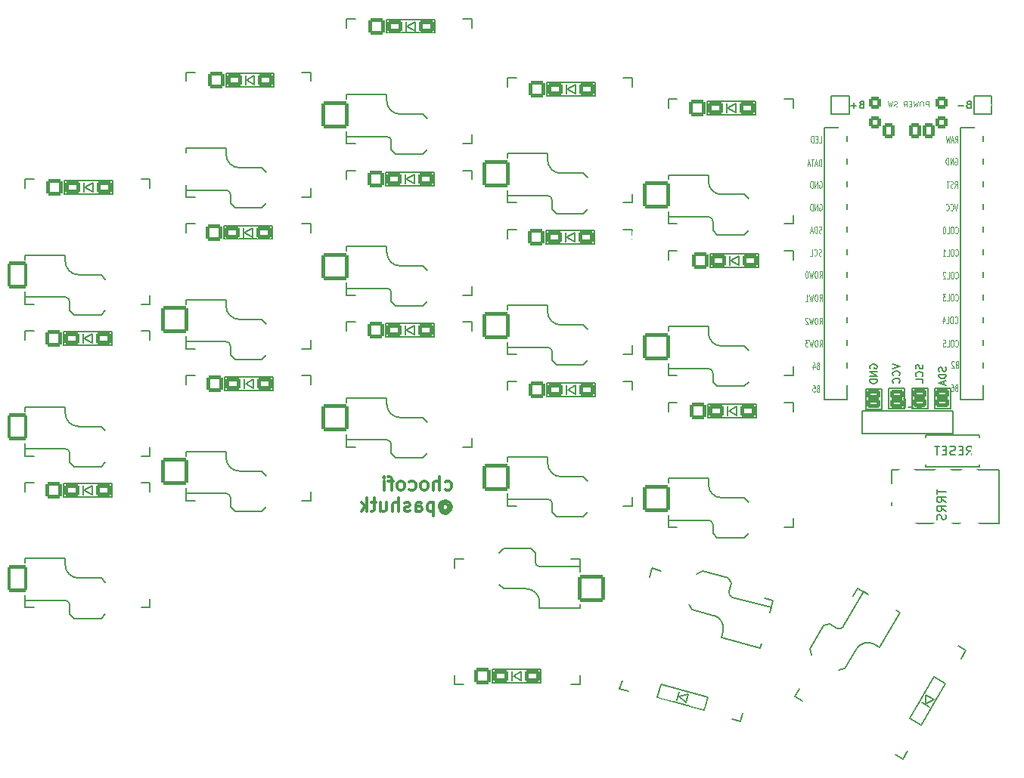
<source format=gbo>
G04 #@! TF.GenerationSoftware,KiCad,Pcbnew,(6.0.10)*
G04 #@! TF.CreationDate,2023-01-07T12:45:19+01:00*
G04 #@! TF.ProjectId,chocofi,63686f63-6f66-4692-9e6b-696361645f70,2.1*
G04 #@! TF.SameCoordinates,Original*
G04 #@! TF.FileFunction,Legend,Bot*
G04 #@! TF.FilePolarity,Positive*
%FSLAX46Y46*%
G04 Gerber Fmt 4.6, Leading zero omitted, Abs format (unit mm)*
G04 Created by KiCad (PCBNEW (6.0.10)) date 2023-01-07 12:45:19*
%MOMM*%
%LPD*%
G01*
G04 APERTURE LIST*
G04 Aperture macros list*
%AMRoundRect*
0 Rectangle with rounded corners*
0 $1 Rounding radius*
0 $2 $3 $4 $5 $6 $7 $8 $9 X,Y pos of 4 corners*
0 Add a 4 corners polygon primitive as box body*
4,1,4,$2,$3,$4,$5,$6,$7,$8,$9,$2,$3,0*
0 Add four circle primitives for the rounded corners*
1,1,$1+$1,$2,$3*
1,1,$1+$1,$4,$5*
1,1,$1+$1,$6,$7*
1,1,$1+$1,$8,$9*
0 Add four rect primitives between the rounded corners*
20,1,$1+$1,$2,$3,$4,$5,0*
20,1,$1+$1,$4,$5,$6,$7,0*
20,1,$1+$1,$6,$7,$8,$9,0*
20,1,$1+$1,$8,$9,$2,$3,0*%
%AMFreePoly0*
4,1,22,0.216777,1.480194,0.271421,1.441421,1.441421,0.271421,1.488777,0.196056,1.500000,0.130000,1.500000,-1.300000,1.480194,-1.386777,1.424698,-1.456366,1.344504,-1.494986,1.300000,-1.500000,-1.300000,-1.500000,-1.386777,-1.480194,-1.456366,-1.424698,-1.494986,-1.344504,-1.500000,-1.300000,-1.500000,1.300000,-1.480194,1.386777,-1.424698,1.456366,-1.344504,1.494986,-1.300000,1.500000,
0.130000,1.500000,0.216777,1.480194,0.216777,1.480194,$1*%
%AMFreePoly1*
4,1,22,1.111777,1.480194,1.181366,1.424698,1.219986,1.344504,1.225000,1.300000,1.225000,-1.300000,1.205194,-1.386777,1.149698,-1.456366,1.069504,-1.494986,1.025000,-1.500000,-1.025000,-1.500000,-1.111777,-1.480194,-1.181366,-1.424698,-1.219986,-1.344504,-1.225000,-1.300000,-1.225000,0.275000,-1.205194,0.361777,-1.166421,0.416421,-0.141421,1.441421,-0.066056,1.488777,0.000000,1.500000,
1.025000,1.500000,1.111777,1.480194,1.111777,1.480194,$1*%
G04 Aperture macros list end*
%ADD10C,0.300000*%
%ADD11C,0.150000*%
%ADD12C,0.120000*%
%ADD13C,0.125000*%
%ADD14C,1.797000*%
%ADD15C,1.400000*%
%ADD16RoundRect,0.200000X0.450000X0.450000X-0.450000X0.450000X-0.450000X-0.450000X0.450000X-0.450000X0*%
%ADD17RoundRect,0.200000X0.450000X0.625000X-0.450000X0.625000X-0.450000X-0.625000X0.450000X-0.625000X0*%
%ADD18RoundRect,0.200000X-0.698500X-0.698500X0.698500X-0.698500X0.698500X0.698500X-0.698500X0.698500X0*%
%ADD19RoundRect,0.200000X-0.650000X-0.475000X0.650000X-0.475000X0.650000X0.475000X-0.650000X0.475000X0*%
%ADD20RoundRect,0.200000X-0.750791X-0.290582X0.504913X-0.627047X0.750791X0.290582X-0.504913X0.627047X0*%
%ADD21RoundRect,0.200000X-0.855484X-0.493914X0.493914X-0.855484X0.855484X0.493914X-0.493914X0.855484X0*%
%ADD22RoundRect,0.200000X0.255669X-0.954169X0.954169X0.255669X-0.255669X0.954169X-0.954169X-0.255669X0*%
%ADD23RoundRect,0.200000X0.086362X-0.800417X0.736362X0.325417X-0.086362X0.800417X-0.736362X-0.325417X0*%
%ADD24C,1.600000*%
%ADD25O,2.900000X2.100000*%
%ADD26C,2.101800*%
%ADD27C,3.829000*%
%ADD28C,3.400000*%
%ADD29C,1.390600*%
%ADD30FreePoly0,0.000000*%
%ADD31RoundRect,0.200000X-0.925000X-1.300000X0.925000X-1.300000X0.925000X1.300000X-0.925000X1.300000X0*%
%ADD32FreePoly1,0.000000*%
%ADD33RoundRect,0.200000X-1.300000X-1.300000X1.300000X-1.300000X1.300000X1.300000X-1.300000X1.300000X0*%
%ADD34RoundRect,0.200000X-0.937500X-1.300000X0.937500X-1.300000X0.937500X1.300000X-0.937500X1.300000X0*%
%ADD35FreePoly0,180.000000*%
%ADD36RoundRect,0.200000X1.300000X1.300000X-1.300000X1.300000X-1.300000X-1.300000X1.300000X-1.300000X0*%
%ADD37FreePoly0,165.000000*%
%ADD38RoundRect,0.200000X1.592168X0.919239X-0.919239X1.592168X-1.592168X-0.919239X0.919239X-1.592168X0*%
%ADD39FreePoly0,240.000000*%
%ADD40RoundRect,0.200000X-0.475833X1.775833X-1.775833X-0.475833X0.475833X-1.775833X1.775833X0.475833X0*%
%ADD41C,1.924000*%
%ADD42C,2.400000*%
%ADD43C,4.400000*%
%ADD44RoundRect,0.200000X-0.571500X0.317500X-0.571500X-0.317500X0.571500X-0.317500X0.571500X0.317500X0*%
G04 APERTURE END LIST*
D10*
X125935000Y-98149642D02*
X126077857Y-98221071D01*
X126363571Y-98221071D01*
X126506428Y-98149642D01*
X126577857Y-98078214D01*
X126649285Y-97935357D01*
X126649285Y-97506785D01*
X126577857Y-97363928D01*
X126506428Y-97292500D01*
X126363571Y-97221071D01*
X126077857Y-97221071D01*
X125935000Y-97292500D01*
X125292142Y-98221071D02*
X125292142Y-96721071D01*
X124649285Y-98221071D02*
X124649285Y-97435357D01*
X124720714Y-97292500D01*
X124863571Y-97221071D01*
X125077857Y-97221071D01*
X125220714Y-97292500D01*
X125292142Y-97363928D01*
X123720714Y-98221071D02*
X123863571Y-98149642D01*
X123935000Y-98078214D01*
X124006428Y-97935357D01*
X124006428Y-97506785D01*
X123935000Y-97363928D01*
X123863571Y-97292500D01*
X123720714Y-97221071D01*
X123506428Y-97221071D01*
X123363571Y-97292500D01*
X123292142Y-97363928D01*
X123220714Y-97506785D01*
X123220714Y-97935357D01*
X123292142Y-98078214D01*
X123363571Y-98149642D01*
X123506428Y-98221071D01*
X123720714Y-98221071D01*
X121935000Y-98149642D02*
X122077857Y-98221071D01*
X122363571Y-98221071D01*
X122506428Y-98149642D01*
X122577857Y-98078214D01*
X122649285Y-97935357D01*
X122649285Y-97506785D01*
X122577857Y-97363928D01*
X122506428Y-97292500D01*
X122363571Y-97221071D01*
X122077857Y-97221071D01*
X121935000Y-97292500D01*
X121077857Y-98221071D02*
X121220714Y-98149642D01*
X121292142Y-98078214D01*
X121363571Y-97935357D01*
X121363571Y-97506785D01*
X121292142Y-97363928D01*
X121220714Y-97292500D01*
X121077857Y-97221071D01*
X120863571Y-97221071D01*
X120720714Y-97292500D01*
X120649285Y-97363928D01*
X120577857Y-97506785D01*
X120577857Y-97935357D01*
X120649285Y-98078214D01*
X120720714Y-98149642D01*
X120863571Y-98221071D01*
X121077857Y-98221071D01*
X120149285Y-97221071D02*
X119577857Y-97221071D01*
X119935000Y-98221071D02*
X119935000Y-96935357D01*
X119863571Y-96792500D01*
X119720714Y-96721071D01*
X119577857Y-96721071D01*
X119077857Y-98221071D02*
X119077857Y-97221071D01*
X119077857Y-96721071D02*
X119149285Y-96792500D01*
X119077857Y-96863928D01*
X119006428Y-96792500D01*
X119077857Y-96721071D01*
X119077857Y-96863928D01*
X125649285Y-99921785D02*
X125720714Y-99850357D01*
X125863571Y-99778928D01*
X126006428Y-99778928D01*
X126149285Y-99850357D01*
X126220714Y-99921785D01*
X126292142Y-100064642D01*
X126292142Y-100207500D01*
X126220714Y-100350357D01*
X126149285Y-100421785D01*
X126006428Y-100493214D01*
X125863571Y-100493214D01*
X125720714Y-100421785D01*
X125649285Y-100350357D01*
X125649285Y-99778928D02*
X125649285Y-100350357D01*
X125577857Y-100421785D01*
X125506428Y-100421785D01*
X125363571Y-100350357D01*
X125292142Y-100207500D01*
X125292142Y-99850357D01*
X125435000Y-99636071D01*
X125649285Y-99493214D01*
X125935000Y-99421785D01*
X126220714Y-99493214D01*
X126435000Y-99636071D01*
X126577857Y-99850357D01*
X126649285Y-100136071D01*
X126577857Y-100421785D01*
X126435000Y-100636071D01*
X126220714Y-100778928D01*
X125935000Y-100850357D01*
X125649285Y-100778928D01*
X125435000Y-100636071D01*
X124649285Y-99636071D02*
X124649285Y-101136071D01*
X124649285Y-99707500D02*
X124506428Y-99636071D01*
X124220714Y-99636071D01*
X124077857Y-99707500D01*
X124006428Y-99778928D01*
X123935000Y-99921785D01*
X123935000Y-100350357D01*
X124006428Y-100493214D01*
X124077857Y-100564642D01*
X124220714Y-100636071D01*
X124506428Y-100636071D01*
X124649285Y-100564642D01*
X122649285Y-100636071D02*
X122649285Y-99850357D01*
X122720714Y-99707500D01*
X122863571Y-99636071D01*
X123149285Y-99636071D01*
X123292142Y-99707500D01*
X122649285Y-100564642D02*
X122792142Y-100636071D01*
X123149285Y-100636071D01*
X123292142Y-100564642D01*
X123363571Y-100421785D01*
X123363571Y-100278928D01*
X123292142Y-100136071D01*
X123149285Y-100064642D01*
X122792142Y-100064642D01*
X122649285Y-99993214D01*
X122006428Y-100564642D02*
X121863571Y-100636071D01*
X121577857Y-100636071D01*
X121435000Y-100564642D01*
X121363571Y-100421785D01*
X121363571Y-100350357D01*
X121435000Y-100207500D01*
X121577857Y-100136071D01*
X121792142Y-100136071D01*
X121935000Y-100064642D01*
X122006428Y-99921785D01*
X122006428Y-99850357D01*
X121935000Y-99707500D01*
X121792142Y-99636071D01*
X121577857Y-99636071D01*
X121435000Y-99707500D01*
X120720714Y-100636071D02*
X120720714Y-99136071D01*
X120077857Y-100636071D02*
X120077857Y-99850357D01*
X120149285Y-99707500D01*
X120292142Y-99636071D01*
X120506428Y-99636071D01*
X120649285Y-99707500D01*
X120720714Y-99778928D01*
X118720714Y-99636071D02*
X118720714Y-100636071D01*
X119363571Y-99636071D02*
X119363571Y-100421785D01*
X119292142Y-100564642D01*
X119149285Y-100636071D01*
X118935000Y-100636071D01*
X118792142Y-100564642D01*
X118720714Y-100493214D01*
X118220714Y-99636071D02*
X117649285Y-99636071D01*
X118006428Y-99136071D02*
X118006428Y-100421785D01*
X117935000Y-100564642D01*
X117792142Y-100636071D01*
X117649285Y-100636071D01*
X117149285Y-100636071D02*
X117149285Y-99136071D01*
X117006428Y-100064642D02*
X116577857Y-100636071D01*
X116577857Y-99636071D02*
X117149285Y-100207500D01*
D11*
X172530104Y-55002342D02*
X172413990Y-55041047D01*
X172375285Y-55079752D01*
X172336580Y-55157161D01*
X172336580Y-55273276D01*
X172375285Y-55350685D01*
X172413990Y-55389390D01*
X172491400Y-55428095D01*
X172801038Y-55428095D01*
X172801038Y-54615295D01*
X172530104Y-54615295D01*
X172452695Y-54654000D01*
X172413990Y-54692704D01*
X172375285Y-54770114D01*
X172375285Y-54847523D01*
X172413990Y-54924933D01*
X172452695Y-54963638D01*
X172530104Y-55002342D01*
X172801038Y-55002342D01*
X171988238Y-55118457D02*
X171368961Y-55118457D01*
X171678600Y-55428095D02*
X171678600Y-54808819D01*
X184543104Y-55002342D02*
X184426990Y-55041047D01*
X184388285Y-55079752D01*
X184349580Y-55157161D01*
X184349580Y-55273276D01*
X184388285Y-55350685D01*
X184426990Y-55389390D01*
X184504400Y-55428095D01*
X184814038Y-55428095D01*
X184814038Y-54615295D01*
X184543104Y-54615295D01*
X184465695Y-54654000D01*
X184426990Y-54692704D01*
X184388285Y-54770114D01*
X184388285Y-54847523D01*
X184426990Y-54924933D01*
X184465695Y-54963638D01*
X184543104Y-55002342D01*
X184814038Y-55002342D01*
X184001238Y-55118457D02*
X183381961Y-55118457D01*
D12*
X180042857Y-55262428D02*
X180042857Y-54662428D01*
X179814285Y-54662428D01*
X179757142Y-54691000D01*
X179728571Y-54719571D01*
X179700000Y-54776714D01*
X179700000Y-54862428D01*
X179728571Y-54919571D01*
X179757142Y-54948142D01*
X179814285Y-54976714D01*
X180042857Y-54976714D01*
X179328571Y-54662428D02*
X179214285Y-54662428D01*
X179157142Y-54691000D01*
X179100000Y-54748142D01*
X179071428Y-54862428D01*
X179071428Y-55062428D01*
X179100000Y-55176714D01*
X179157142Y-55233857D01*
X179214285Y-55262428D01*
X179328571Y-55262428D01*
X179385714Y-55233857D01*
X179442857Y-55176714D01*
X179471428Y-55062428D01*
X179471428Y-54862428D01*
X179442857Y-54748142D01*
X179385714Y-54691000D01*
X179328571Y-54662428D01*
X178871428Y-54662428D02*
X178728571Y-55262428D01*
X178614285Y-54833857D01*
X178500000Y-55262428D01*
X178357142Y-54662428D01*
X178128571Y-54948142D02*
X177928571Y-54948142D01*
X177842857Y-55262428D02*
X178128571Y-55262428D01*
X178128571Y-54662428D01*
X177842857Y-54662428D01*
X177242857Y-55262428D02*
X177442857Y-54976714D01*
X177585714Y-55262428D02*
X177585714Y-54662428D01*
X177357142Y-54662428D01*
X177300000Y-54691000D01*
X177271428Y-54719571D01*
X177242857Y-54776714D01*
X177242857Y-54862428D01*
X177271428Y-54919571D01*
X177300000Y-54948142D01*
X177357142Y-54976714D01*
X177585714Y-54976714D01*
X176557142Y-55233857D02*
X176471428Y-55262428D01*
X176328571Y-55262428D01*
X176271428Y-55233857D01*
X176242857Y-55205285D01*
X176214285Y-55148142D01*
X176214285Y-55091000D01*
X176242857Y-55033857D01*
X176271428Y-55005285D01*
X176328571Y-54976714D01*
X176442857Y-54948142D01*
X176500000Y-54919571D01*
X176528571Y-54891000D01*
X176557142Y-54833857D01*
X176557142Y-54776714D01*
X176528571Y-54719571D01*
X176500000Y-54691000D01*
X176442857Y-54662428D01*
X176300000Y-54662428D01*
X176214285Y-54691000D01*
X176014285Y-54662428D02*
X175871428Y-55262428D01*
X175757142Y-54833857D01*
X175642857Y-55262428D01*
X175500000Y-54662428D01*
D11*
X180998880Y-98123595D02*
X180998880Y-98695023D01*
X181998880Y-98409309D02*
X180998880Y-98409309D01*
X181998880Y-99599785D02*
X181522690Y-99266452D01*
X181998880Y-99028357D02*
X180998880Y-99028357D01*
X180998880Y-99409309D01*
X181046500Y-99504547D01*
X181094119Y-99552166D01*
X181189357Y-99599785D01*
X181332214Y-99599785D01*
X181427452Y-99552166D01*
X181475071Y-99504547D01*
X181522690Y-99409309D01*
X181522690Y-99028357D01*
X181998880Y-100599785D02*
X181522690Y-100266452D01*
X181998880Y-100028357D02*
X180998880Y-100028357D01*
X180998880Y-100409309D01*
X181046500Y-100504547D01*
X181094119Y-100552166D01*
X181189357Y-100599785D01*
X181332214Y-100599785D01*
X181427452Y-100552166D01*
X181475071Y-100504547D01*
X181522690Y-100409309D01*
X181522690Y-100028357D01*
X181951261Y-100980738D02*
X181998880Y-101123595D01*
X181998880Y-101361690D01*
X181951261Y-101456928D01*
X181903642Y-101504547D01*
X181808404Y-101552166D01*
X181713166Y-101552166D01*
X181617928Y-101504547D01*
X181570309Y-101456928D01*
X181522690Y-101361690D01*
X181475071Y-101171214D01*
X181427452Y-101075976D01*
X181379833Y-101028357D01*
X181284595Y-100980738D01*
X181189357Y-100980738D01*
X181094119Y-101028357D01*
X181046500Y-101075976D01*
X180998880Y-101171214D01*
X180998880Y-101409309D01*
X181046500Y-101552166D01*
D13*
X167840952Y-79656685D02*
X168007619Y-79299542D01*
X168126666Y-79656685D02*
X168126666Y-78906685D01*
X167936190Y-78906685D01*
X167888571Y-78942400D01*
X167864761Y-78978114D01*
X167840952Y-79049542D01*
X167840952Y-79156685D01*
X167864761Y-79228114D01*
X167888571Y-79263828D01*
X167936190Y-79299542D01*
X168126666Y-79299542D01*
X167531428Y-78906685D02*
X167436190Y-78906685D01*
X167388571Y-78942400D01*
X167340952Y-79013828D01*
X167317142Y-79156685D01*
X167317142Y-79406685D01*
X167340952Y-79549542D01*
X167388571Y-79620971D01*
X167436190Y-79656685D01*
X167531428Y-79656685D01*
X167579047Y-79620971D01*
X167626666Y-79549542D01*
X167650476Y-79406685D01*
X167650476Y-79156685D01*
X167626666Y-79013828D01*
X167579047Y-78942400D01*
X167531428Y-78906685D01*
X167150476Y-78906685D02*
X167031428Y-79656685D01*
X166936190Y-79120971D01*
X166840952Y-79656685D01*
X166721904Y-78906685D01*
X166555238Y-78978114D02*
X166531428Y-78942400D01*
X166483809Y-78906685D01*
X166364761Y-78906685D01*
X166317142Y-78942400D01*
X166293333Y-78978114D01*
X166269523Y-79049542D01*
X166269523Y-79120971D01*
X166293333Y-79228114D01*
X166579047Y-79656685D01*
X166269523Y-79656685D01*
X183057619Y-76946257D02*
X183081428Y-76981971D01*
X183152857Y-77017685D01*
X183200476Y-77017685D01*
X183271904Y-76981971D01*
X183319523Y-76910542D01*
X183343333Y-76839114D01*
X183367142Y-76696257D01*
X183367142Y-76589114D01*
X183343333Y-76446257D01*
X183319523Y-76374828D01*
X183271904Y-76303400D01*
X183200476Y-76267685D01*
X183152857Y-76267685D01*
X183081428Y-76303400D01*
X183057619Y-76339114D01*
X182748095Y-76267685D02*
X182652857Y-76267685D01*
X182605238Y-76303400D01*
X182557619Y-76374828D01*
X182533809Y-76517685D01*
X182533809Y-76767685D01*
X182557619Y-76910542D01*
X182605238Y-76981971D01*
X182652857Y-77017685D01*
X182748095Y-77017685D01*
X182795714Y-76981971D01*
X182843333Y-76910542D01*
X182867142Y-76767685D01*
X182867142Y-76517685D01*
X182843333Y-76374828D01*
X182795714Y-76303400D01*
X182748095Y-76267685D01*
X182081428Y-77017685D02*
X182319523Y-77017685D01*
X182319523Y-76267685D01*
X181962380Y-76267685D02*
X181652857Y-76267685D01*
X181819523Y-76553400D01*
X181748095Y-76553400D01*
X181700476Y-76589114D01*
X181676666Y-76624828D01*
X181652857Y-76696257D01*
X181652857Y-76874828D01*
X181676666Y-76946257D01*
X181700476Y-76981971D01*
X181748095Y-77017685D01*
X181890952Y-77017685D01*
X181938571Y-76981971D01*
X181962380Y-76946257D01*
X183046238Y-59273185D02*
X183212904Y-58916042D01*
X183331952Y-59273185D02*
X183331952Y-58523185D01*
X183141476Y-58523185D01*
X183093857Y-58558900D01*
X183070047Y-58594614D01*
X183046238Y-58666042D01*
X183046238Y-58773185D01*
X183070047Y-58844614D01*
X183093857Y-58880328D01*
X183141476Y-58916042D01*
X183331952Y-58916042D01*
X182855761Y-59058900D02*
X182617666Y-59058900D01*
X182903380Y-59273185D02*
X182736714Y-58523185D01*
X182570047Y-59273185D01*
X182451000Y-58523185D02*
X182331952Y-59273185D01*
X182236714Y-58737471D01*
X182141476Y-59273185D01*
X182022428Y-58523185D01*
X167782428Y-59273185D02*
X168020523Y-59273185D01*
X168020523Y-58523185D01*
X167615761Y-58880328D02*
X167449095Y-58880328D01*
X167377666Y-59273185D02*
X167615761Y-59273185D01*
X167615761Y-58523185D01*
X167377666Y-58523185D01*
X167163380Y-59273185D02*
X167163380Y-58523185D01*
X167044333Y-58523185D01*
X166972904Y-58558900D01*
X166925285Y-58630328D01*
X166901476Y-58701757D01*
X166877666Y-58844614D01*
X166877666Y-58951757D01*
X166901476Y-59094614D01*
X166925285Y-59166042D01*
X166972904Y-59237471D01*
X167044333Y-59273185D01*
X167163380Y-59273185D01*
X168056238Y-71937471D02*
X167984809Y-71973185D01*
X167865761Y-71973185D01*
X167818142Y-71937471D01*
X167794333Y-71901757D01*
X167770523Y-71830328D01*
X167770523Y-71758900D01*
X167794333Y-71687471D01*
X167818142Y-71651757D01*
X167865761Y-71616042D01*
X167961000Y-71580328D01*
X168008619Y-71544614D01*
X168032428Y-71508900D01*
X168056238Y-71437471D01*
X168056238Y-71366042D01*
X168032428Y-71294614D01*
X168008619Y-71258900D01*
X167961000Y-71223185D01*
X167841952Y-71223185D01*
X167770523Y-71258900D01*
X167270523Y-71901757D02*
X167294333Y-71937471D01*
X167365761Y-71973185D01*
X167413380Y-71973185D01*
X167484809Y-71937471D01*
X167532428Y-71866042D01*
X167556238Y-71794614D01*
X167580047Y-71651757D01*
X167580047Y-71544614D01*
X167556238Y-71401757D01*
X167532428Y-71330328D01*
X167484809Y-71258900D01*
X167413380Y-71223185D01*
X167365761Y-71223185D01*
X167294333Y-71258900D01*
X167270523Y-71294614D01*
X166818142Y-71973185D02*
X167056238Y-71973185D01*
X167056238Y-71223185D01*
X183157380Y-86756828D02*
X183085952Y-86792542D01*
X183062142Y-86828257D01*
X183038333Y-86899685D01*
X183038333Y-87006828D01*
X183062142Y-87078257D01*
X183085952Y-87113971D01*
X183133571Y-87149685D01*
X183324047Y-87149685D01*
X183324047Y-86399685D01*
X183157380Y-86399685D01*
X183109761Y-86435400D01*
X183085952Y-86471114D01*
X183062142Y-86542542D01*
X183062142Y-86613971D01*
X183085952Y-86685400D01*
X183109761Y-86721114D01*
X183157380Y-86756828D01*
X183324047Y-86756828D01*
X182609761Y-86399685D02*
X182705000Y-86399685D01*
X182752619Y-86435400D01*
X182776428Y-86471114D01*
X182824047Y-86578257D01*
X182847857Y-86721114D01*
X182847857Y-87006828D01*
X182824047Y-87078257D01*
X182800238Y-87113971D01*
X182752619Y-87149685D01*
X182657380Y-87149685D01*
X182609761Y-87113971D01*
X182585952Y-87078257D01*
X182562142Y-87006828D01*
X182562142Y-86828257D01*
X182585952Y-86756828D01*
X182609761Y-86721114D01*
X182657380Y-86685400D01*
X182752619Y-86685400D01*
X182800238Y-86721114D01*
X182824047Y-86756828D01*
X182847857Y-86828257D01*
X167840952Y-74449685D02*
X168007619Y-74092542D01*
X168126666Y-74449685D02*
X168126666Y-73699685D01*
X167936190Y-73699685D01*
X167888571Y-73735400D01*
X167864761Y-73771114D01*
X167840952Y-73842542D01*
X167840952Y-73949685D01*
X167864761Y-74021114D01*
X167888571Y-74056828D01*
X167936190Y-74092542D01*
X168126666Y-74092542D01*
X167531428Y-73699685D02*
X167436190Y-73699685D01*
X167388571Y-73735400D01*
X167340952Y-73806828D01*
X167317142Y-73949685D01*
X167317142Y-74199685D01*
X167340952Y-74342542D01*
X167388571Y-74413971D01*
X167436190Y-74449685D01*
X167531428Y-74449685D01*
X167579047Y-74413971D01*
X167626666Y-74342542D01*
X167650476Y-74199685D01*
X167650476Y-73949685D01*
X167626666Y-73806828D01*
X167579047Y-73735400D01*
X167531428Y-73699685D01*
X167150476Y-73699685D02*
X167031428Y-74449685D01*
X166936190Y-73913971D01*
X166840952Y-74449685D01*
X166721904Y-73699685D01*
X166436190Y-73699685D02*
X166388571Y-73699685D01*
X166340952Y-73735400D01*
X166317142Y-73771114D01*
X166293333Y-73842542D01*
X166269523Y-73985400D01*
X166269523Y-74163971D01*
X166293333Y-74306828D01*
X166317142Y-74378257D01*
X166340952Y-74413971D01*
X166388571Y-74449685D01*
X166436190Y-74449685D01*
X166483809Y-74413971D01*
X166507619Y-74378257D01*
X166531428Y-74306828D01*
X166555238Y-74163971D01*
X166555238Y-73985400D01*
X166531428Y-73842542D01*
X166507619Y-73771114D01*
X166483809Y-73735400D01*
X166436190Y-73699685D01*
X183057619Y-82096257D02*
X183081428Y-82131971D01*
X183152857Y-82167685D01*
X183200476Y-82167685D01*
X183271904Y-82131971D01*
X183319523Y-82060542D01*
X183343333Y-81989114D01*
X183367142Y-81846257D01*
X183367142Y-81739114D01*
X183343333Y-81596257D01*
X183319523Y-81524828D01*
X183271904Y-81453400D01*
X183200476Y-81417685D01*
X183152857Y-81417685D01*
X183081428Y-81453400D01*
X183057619Y-81489114D01*
X182748095Y-81417685D02*
X182652857Y-81417685D01*
X182605238Y-81453400D01*
X182557619Y-81524828D01*
X182533809Y-81667685D01*
X182533809Y-81917685D01*
X182557619Y-82060542D01*
X182605238Y-82131971D01*
X182652857Y-82167685D01*
X182748095Y-82167685D01*
X182795714Y-82131971D01*
X182843333Y-82060542D01*
X182867142Y-81917685D01*
X182867142Y-81667685D01*
X182843333Y-81524828D01*
X182795714Y-81453400D01*
X182748095Y-81417685D01*
X182081428Y-82167685D02*
X182319523Y-82167685D01*
X182319523Y-81417685D01*
X181676666Y-81417685D02*
X181914761Y-81417685D01*
X181938571Y-81774828D01*
X181914761Y-81739114D01*
X181867142Y-81703400D01*
X181748095Y-81703400D01*
X181700476Y-81739114D01*
X181676666Y-81774828D01*
X181652857Y-81846257D01*
X181652857Y-82024828D01*
X181676666Y-82096257D01*
X181700476Y-82131971D01*
X181748095Y-82167685D01*
X181867142Y-82167685D01*
X181914761Y-82131971D01*
X181938571Y-82096257D01*
D11*
D13*
X168060000Y-61917685D02*
X168060000Y-61167685D01*
X167940952Y-61167685D01*
X167869523Y-61203400D01*
X167821904Y-61274828D01*
X167798095Y-61346257D01*
X167774285Y-61489114D01*
X167774285Y-61596257D01*
X167798095Y-61739114D01*
X167821904Y-61810542D01*
X167869523Y-61881971D01*
X167940952Y-61917685D01*
X168060000Y-61917685D01*
X167583809Y-61703400D02*
X167345714Y-61703400D01*
X167631428Y-61917685D02*
X167464761Y-61167685D01*
X167298095Y-61917685D01*
X167202857Y-61167685D02*
X166917142Y-61167685D01*
X167060000Y-61917685D02*
X167060000Y-61167685D01*
X166774285Y-61703400D02*
X166536190Y-61703400D01*
X166821904Y-61917685D02*
X166655238Y-61167685D01*
X166488571Y-61917685D01*
X183304166Y-66143185D02*
X183137500Y-66893185D01*
X182970833Y-66143185D01*
X182518452Y-66821757D02*
X182542261Y-66857471D01*
X182613690Y-66893185D01*
X182661309Y-66893185D01*
X182732738Y-66857471D01*
X182780357Y-66786042D01*
X182804166Y-66714614D01*
X182827976Y-66571757D01*
X182827976Y-66464614D01*
X182804166Y-66321757D01*
X182780357Y-66250328D01*
X182732738Y-66178900D01*
X182661309Y-66143185D01*
X182613690Y-66143185D01*
X182542261Y-66178900D01*
X182518452Y-66214614D01*
X182018452Y-66821757D02*
X182042261Y-66857471D01*
X182113690Y-66893185D01*
X182161309Y-66893185D01*
X182232738Y-66857471D01*
X182280357Y-66786042D01*
X182304166Y-66714614D01*
X182327976Y-66571757D01*
X182327976Y-66464614D01*
X182304166Y-66321757D01*
X182280357Y-66250328D01*
X182232738Y-66178900D01*
X182161309Y-66143185D01*
X182113690Y-66143185D01*
X182042261Y-66178900D01*
X182018452Y-66214614D01*
X183220880Y-84153328D02*
X183149452Y-84189042D01*
X183125642Y-84224757D01*
X183101833Y-84296185D01*
X183101833Y-84403328D01*
X183125642Y-84474757D01*
X183149452Y-84510471D01*
X183197071Y-84546185D01*
X183387547Y-84546185D01*
X183387547Y-83796185D01*
X183220880Y-83796185D01*
X183173261Y-83831900D01*
X183149452Y-83867614D01*
X183125642Y-83939042D01*
X183125642Y-84010471D01*
X183149452Y-84081900D01*
X183173261Y-84117614D01*
X183220880Y-84153328D01*
X183387547Y-84153328D01*
X182911357Y-83867614D02*
X182887547Y-83831900D01*
X182839928Y-83796185D01*
X182720880Y-83796185D01*
X182673261Y-83831900D01*
X182649452Y-83867614D01*
X182625642Y-83939042D01*
X182625642Y-84010471D01*
X182649452Y-84117614D01*
X182935166Y-84546185D01*
X182625642Y-84546185D01*
X167841952Y-63638900D02*
X167889571Y-63603185D01*
X167961000Y-63603185D01*
X168032428Y-63638900D01*
X168080047Y-63710328D01*
X168103857Y-63781757D01*
X168127666Y-63924614D01*
X168127666Y-64031757D01*
X168103857Y-64174614D01*
X168080047Y-64246042D01*
X168032428Y-64317471D01*
X167961000Y-64353185D01*
X167913380Y-64353185D01*
X167841952Y-64317471D01*
X167818142Y-64281757D01*
X167818142Y-64031757D01*
X167913380Y-64031757D01*
X167603857Y-64353185D02*
X167603857Y-63603185D01*
X167318142Y-64353185D01*
X167318142Y-63603185D01*
X167080047Y-64353185D02*
X167080047Y-63603185D01*
X166961000Y-63603185D01*
X166889571Y-63638900D01*
X166841952Y-63710328D01*
X166818142Y-63781757D01*
X166794333Y-63924614D01*
X166794333Y-64031757D01*
X166818142Y-64174614D01*
X166841952Y-64246042D01*
X166889571Y-64317471D01*
X166961000Y-64353185D01*
X167080047Y-64353185D01*
X183007619Y-79458257D02*
X183031428Y-79493971D01*
X183102857Y-79529685D01*
X183150476Y-79529685D01*
X183221904Y-79493971D01*
X183269523Y-79422542D01*
X183293333Y-79351114D01*
X183317142Y-79208257D01*
X183317142Y-79101114D01*
X183293333Y-78958257D01*
X183269523Y-78886828D01*
X183221904Y-78815400D01*
X183150476Y-78779685D01*
X183102857Y-78779685D01*
X183031428Y-78815400D01*
X183007619Y-78851114D01*
X182698095Y-78779685D02*
X182602857Y-78779685D01*
X182555238Y-78815400D01*
X182507619Y-78886828D01*
X182483809Y-79029685D01*
X182483809Y-79279685D01*
X182507619Y-79422542D01*
X182555238Y-79493971D01*
X182602857Y-79529685D01*
X182698095Y-79529685D01*
X182745714Y-79493971D01*
X182793333Y-79422542D01*
X182817142Y-79279685D01*
X182817142Y-79029685D01*
X182793333Y-78886828D01*
X182745714Y-78815400D01*
X182698095Y-78779685D01*
X182031428Y-79529685D02*
X182269523Y-79529685D01*
X182269523Y-78779685D01*
X181650476Y-79029685D02*
X181650476Y-79529685D01*
X181769523Y-78743971D02*
X181888571Y-79279685D01*
X181579047Y-79279685D01*
X168068142Y-69397471D02*
X167996714Y-69433185D01*
X167877666Y-69433185D01*
X167830047Y-69397471D01*
X167806238Y-69361757D01*
X167782428Y-69290328D01*
X167782428Y-69218900D01*
X167806238Y-69147471D01*
X167830047Y-69111757D01*
X167877666Y-69076042D01*
X167972904Y-69040328D01*
X168020523Y-69004614D01*
X168044333Y-68968900D01*
X168068142Y-68897471D01*
X168068142Y-68826042D01*
X168044333Y-68754614D01*
X168020523Y-68718900D01*
X167972904Y-68683185D01*
X167853857Y-68683185D01*
X167782428Y-68718900D01*
X167568142Y-69433185D02*
X167568142Y-68683185D01*
X167449095Y-68683185D01*
X167377666Y-68718900D01*
X167330047Y-68790328D01*
X167306238Y-68861757D01*
X167282428Y-69004614D01*
X167282428Y-69111757D01*
X167306238Y-69254614D01*
X167330047Y-69326042D01*
X167377666Y-69397471D01*
X167449095Y-69433185D01*
X167568142Y-69433185D01*
X167091952Y-69218900D02*
X166853857Y-69218900D01*
X167139571Y-69433185D02*
X166972904Y-68683185D01*
X166806238Y-69433185D01*
X182974809Y-64353185D02*
X183141476Y-63996042D01*
X183260523Y-64353185D02*
X183260523Y-63603185D01*
X183070047Y-63603185D01*
X183022428Y-63638900D01*
X182998619Y-63674614D01*
X182974809Y-63746042D01*
X182974809Y-63853185D01*
X182998619Y-63924614D01*
X183022428Y-63960328D01*
X183070047Y-63996042D01*
X183260523Y-63996042D01*
X182784333Y-64317471D02*
X182712904Y-64353185D01*
X182593857Y-64353185D01*
X182546238Y-64317471D01*
X182522428Y-64281757D01*
X182498619Y-64210328D01*
X182498619Y-64138900D01*
X182522428Y-64067471D01*
X182546238Y-64031757D01*
X182593857Y-63996042D01*
X182689095Y-63960328D01*
X182736714Y-63924614D01*
X182760523Y-63888900D01*
X182784333Y-63817471D01*
X182784333Y-63746042D01*
X182760523Y-63674614D01*
X182736714Y-63638900D01*
X182689095Y-63603185D01*
X182570047Y-63603185D01*
X182498619Y-63638900D01*
X182355761Y-63603185D02*
X182070047Y-63603185D01*
X182212904Y-64353185D02*
X182212904Y-63603185D01*
X183057619Y-71901757D02*
X183081428Y-71937471D01*
X183152857Y-71973185D01*
X183200476Y-71973185D01*
X183271904Y-71937471D01*
X183319523Y-71866042D01*
X183343333Y-71794614D01*
X183367142Y-71651757D01*
X183367142Y-71544614D01*
X183343333Y-71401757D01*
X183319523Y-71330328D01*
X183271904Y-71258900D01*
X183200476Y-71223185D01*
X183152857Y-71223185D01*
X183081428Y-71258900D01*
X183057619Y-71294614D01*
X182748095Y-71223185D02*
X182652857Y-71223185D01*
X182605238Y-71258900D01*
X182557619Y-71330328D01*
X182533809Y-71473185D01*
X182533809Y-71723185D01*
X182557619Y-71866042D01*
X182605238Y-71937471D01*
X182652857Y-71973185D01*
X182748095Y-71973185D01*
X182795714Y-71937471D01*
X182843333Y-71866042D01*
X182867142Y-71723185D01*
X182867142Y-71473185D01*
X182843333Y-71330328D01*
X182795714Y-71258900D01*
X182748095Y-71223185D01*
X182081428Y-71973185D02*
X182319523Y-71973185D01*
X182319523Y-71223185D01*
X181652857Y-71973185D02*
X181938571Y-71973185D01*
X181795714Y-71973185D02*
X181795714Y-71223185D01*
X181843333Y-71330328D01*
X181890952Y-71401757D01*
X181938571Y-71437471D01*
X183018452Y-61035400D02*
X183066071Y-60999685D01*
X183137500Y-60999685D01*
X183208928Y-61035400D01*
X183256547Y-61106828D01*
X183280357Y-61178257D01*
X183304166Y-61321114D01*
X183304166Y-61428257D01*
X183280357Y-61571114D01*
X183256547Y-61642542D01*
X183208928Y-61713971D01*
X183137500Y-61749685D01*
X183089880Y-61749685D01*
X183018452Y-61713971D01*
X182994642Y-61678257D01*
X182994642Y-61428257D01*
X183089880Y-61428257D01*
X182780357Y-61749685D02*
X182780357Y-60999685D01*
X182494642Y-61749685D01*
X182494642Y-60999685D01*
X182256547Y-61749685D02*
X182256547Y-60999685D01*
X182137500Y-60999685D01*
X182066071Y-61035400D01*
X182018452Y-61106828D01*
X181994642Y-61178257D01*
X181970833Y-61321114D01*
X181970833Y-61428257D01*
X181994642Y-61571114D01*
X182018452Y-61642542D01*
X182066071Y-61713971D01*
X182137500Y-61749685D01*
X182256547Y-61749685D01*
X183057619Y-74446257D02*
X183081428Y-74481971D01*
X183152857Y-74517685D01*
X183200476Y-74517685D01*
X183271904Y-74481971D01*
X183319523Y-74410542D01*
X183343333Y-74339114D01*
X183367142Y-74196257D01*
X183367142Y-74089114D01*
X183343333Y-73946257D01*
X183319523Y-73874828D01*
X183271904Y-73803400D01*
X183200476Y-73767685D01*
X183152857Y-73767685D01*
X183081428Y-73803400D01*
X183057619Y-73839114D01*
X182748095Y-73767685D02*
X182652857Y-73767685D01*
X182605238Y-73803400D01*
X182557619Y-73874828D01*
X182533809Y-74017685D01*
X182533809Y-74267685D01*
X182557619Y-74410542D01*
X182605238Y-74481971D01*
X182652857Y-74517685D01*
X182748095Y-74517685D01*
X182795714Y-74481971D01*
X182843333Y-74410542D01*
X182867142Y-74267685D01*
X182867142Y-74017685D01*
X182843333Y-73874828D01*
X182795714Y-73803400D01*
X182748095Y-73767685D01*
X182081428Y-74517685D02*
X182319523Y-74517685D01*
X182319523Y-73767685D01*
X181938571Y-73839114D02*
X181914761Y-73803400D01*
X181867142Y-73767685D01*
X181748095Y-73767685D01*
X181700476Y-73803400D01*
X181676666Y-73839114D01*
X181652857Y-73910542D01*
X181652857Y-73981971D01*
X181676666Y-74089114D01*
X181962380Y-74517685D01*
X181652857Y-74517685D01*
X167841952Y-66178900D02*
X167889571Y-66143185D01*
X167961000Y-66143185D01*
X168032428Y-66178900D01*
X168080047Y-66250328D01*
X168103857Y-66321757D01*
X168127666Y-66464614D01*
X168127666Y-66571757D01*
X168103857Y-66714614D01*
X168080047Y-66786042D01*
X168032428Y-66857471D01*
X167961000Y-66893185D01*
X167913380Y-66893185D01*
X167841952Y-66857471D01*
X167818142Y-66821757D01*
X167818142Y-66571757D01*
X167913380Y-66571757D01*
X167603857Y-66893185D02*
X167603857Y-66143185D01*
X167318142Y-66893185D01*
X167318142Y-66143185D01*
X167080047Y-66893185D02*
X167080047Y-66143185D01*
X166961000Y-66143185D01*
X166889571Y-66178900D01*
X166841952Y-66250328D01*
X166818142Y-66321757D01*
X166794333Y-66464614D01*
X166794333Y-66571757D01*
X166818142Y-66714614D01*
X166841952Y-66786042D01*
X166889571Y-66857471D01*
X166961000Y-66893185D01*
X167080047Y-66893185D01*
X167840952Y-82167685D02*
X168007619Y-81810542D01*
X168126666Y-82167685D02*
X168126666Y-81417685D01*
X167936190Y-81417685D01*
X167888571Y-81453400D01*
X167864761Y-81489114D01*
X167840952Y-81560542D01*
X167840952Y-81667685D01*
X167864761Y-81739114D01*
X167888571Y-81774828D01*
X167936190Y-81810542D01*
X168126666Y-81810542D01*
X167531428Y-81417685D02*
X167436190Y-81417685D01*
X167388571Y-81453400D01*
X167340952Y-81524828D01*
X167317142Y-81667685D01*
X167317142Y-81917685D01*
X167340952Y-82060542D01*
X167388571Y-82131971D01*
X167436190Y-82167685D01*
X167531428Y-82167685D01*
X167579047Y-82131971D01*
X167626666Y-82060542D01*
X167650476Y-81917685D01*
X167650476Y-81667685D01*
X167626666Y-81524828D01*
X167579047Y-81453400D01*
X167531428Y-81417685D01*
X167150476Y-81417685D02*
X167031428Y-82167685D01*
X166936190Y-81631971D01*
X166840952Y-82167685D01*
X166721904Y-81417685D01*
X166579047Y-81417685D02*
X166269523Y-81417685D01*
X166436190Y-81703400D01*
X166364761Y-81703400D01*
X166317142Y-81739114D01*
X166293333Y-81774828D01*
X166269523Y-81846257D01*
X166269523Y-82024828D01*
X166293333Y-82096257D01*
X166317142Y-82131971D01*
X166364761Y-82167685D01*
X166507619Y-82167685D01*
X166555238Y-82131971D01*
X166579047Y-82096257D01*
X167663380Y-84280328D02*
X167591952Y-84316042D01*
X167568142Y-84351757D01*
X167544333Y-84423185D01*
X167544333Y-84530328D01*
X167568142Y-84601757D01*
X167591952Y-84637471D01*
X167639571Y-84673185D01*
X167830047Y-84673185D01*
X167830047Y-83923185D01*
X167663380Y-83923185D01*
X167615761Y-83958900D01*
X167591952Y-83994614D01*
X167568142Y-84066042D01*
X167568142Y-84137471D01*
X167591952Y-84208900D01*
X167615761Y-84244614D01*
X167663380Y-84280328D01*
X167830047Y-84280328D01*
X167115761Y-84173185D02*
X167115761Y-84673185D01*
X167234809Y-83887471D02*
X167353857Y-84423185D01*
X167044333Y-84423185D01*
X183057619Y-69396257D02*
X183081428Y-69431971D01*
X183152857Y-69467685D01*
X183200476Y-69467685D01*
X183271904Y-69431971D01*
X183319523Y-69360542D01*
X183343333Y-69289114D01*
X183367142Y-69146257D01*
X183367142Y-69039114D01*
X183343333Y-68896257D01*
X183319523Y-68824828D01*
X183271904Y-68753400D01*
X183200476Y-68717685D01*
X183152857Y-68717685D01*
X183081428Y-68753400D01*
X183057619Y-68789114D01*
X182748095Y-68717685D02*
X182652857Y-68717685D01*
X182605238Y-68753400D01*
X182557619Y-68824828D01*
X182533809Y-68967685D01*
X182533809Y-69217685D01*
X182557619Y-69360542D01*
X182605238Y-69431971D01*
X182652857Y-69467685D01*
X182748095Y-69467685D01*
X182795714Y-69431971D01*
X182843333Y-69360542D01*
X182867142Y-69217685D01*
X182867142Y-68967685D01*
X182843333Y-68824828D01*
X182795714Y-68753400D01*
X182748095Y-68717685D01*
X182081428Y-69467685D02*
X182319523Y-69467685D01*
X182319523Y-68717685D01*
X181819523Y-68717685D02*
X181771904Y-68717685D01*
X181724285Y-68753400D01*
X181700476Y-68789114D01*
X181676666Y-68860542D01*
X181652857Y-69003400D01*
X181652857Y-69181971D01*
X181676666Y-69324828D01*
X181700476Y-69396257D01*
X181724285Y-69431971D01*
X181771904Y-69467685D01*
X181819523Y-69467685D01*
X181867142Y-69431971D01*
X181890952Y-69396257D01*
X181914761Y-69324828D01*
X181938571Y-69181971D01*
X181938571Y-69003400D01*
X181914761Y-68860542D01*
X181890952Y-68789114D01*
X181867142Y-68753400D01*
X181819523Y-68717685D01*
X167840952Y-77053185D02*
X168007619Y-76696042D01*
X168126666Y-77053185D02*
X168126666Y-76303185D01*
X167936190Y-76303185D01*
X167888571Y-76338900D01*
X167864761Y-76374614D01*
X167840952Y-76446042D01*
X167840952Y-76553185D01*
X167864761Y-76624614D01*
X167888571Y-76660328D01*
X167936190Y-76696042D01*
X168126666Y-76696042D01*
X167531428Y-76303185D02*
X167436190Y-76303185D01*
X167388571Y-76338900D01*
X167340952Y-76410328D01*
X167317142Y-76553185D01*
X167317142Y-76803185D01*
X167340952Y-76946042D01*
X167388571Y-77017471D01*
X167436190Y-77053185D01*
X167531428Y-77053185D01*
X167579047Y-77017471D01*
X167626666Y-76946042D01*
X167650476Y-76803185D01*
X167650476Y-76553185D01*
X167626666Y-76410328D01*
X167579047Y-76338900D01*
X167531428Y-76303185D01*
X167150476Y-76303185D02*
X167031428Y-77053185D01*
X166936190Y-76517471D01*
X166840952Y-77053185D01*
X166721904Y-76303185D01*
X166269523Y-77053185D02*
X166555238Y-77053185D01*
X166412380Y-77053185D02*
X166412380Y-76303185D01*
X166460000Y-76410328D01*
X166507619Y-76481757D01*
X166555238Y-76517471D01*
D11*
D13*
X167663380Y-86820328D02*
X167591952Y-86856042D01*
X167568142Y-86891757D01*
X167544333Y-86963185D01*
X167544333Y-87070328D01*
X167568142Y-87141757D01*
X167591952Y-87177471D01*
X167639571Y-87213185D01*
X167830047Y-87213185D01*
X167830047Y-86463185D01*
X167663380Y-86463185D01*
X167615761Y-86498900D01*
X167591952Y-86534614D01*
X167568142Y-86606042D01*
X167568142Y-86677471D01*
X167591952Y-86748900D01*
X167615761Y-86784614D01*
X167663380Y-86820328D01*
X167830047Y-86820328D01*
X167091952Y-86463185D02*
X167330047Y-86463185D01*
X167353857Y-86820328D01*
X167330047Y-86784614D01*
X167282428Y-86748900D01*
X167163380Y-86748900D01*
X167115761Y-86784614D01*
X167091952Y-86820328D01*
X167068142Y-86891757D01*
X167068142Y-87070328D01*
X167091952Y-87141757D01*
X167115761Y-87177471D01*
X167163380Y-87213185D01*
X167282428Y-87213185D01*
X167330047Y-87177471D01*
X167353857Y-87141757D01*
D11*
X179132380Y-87960780D02*
X178941904Y-87960780D01*
X178846666Y-88008400D01*
X178751428Y-88103638D01*
X178703809Y-88294114D01*
X178703809Y-88627447D01*
X178751428Y-88817923D01*
X178846666Y-88913161D01*
X178941904Y-88960780D01*
X179132380Y-88960780D01*
X179227619Y-88913161D01*
X179322857Y-88817923D01*
X179370476Y-88627447D01*
X179370476Y-88294114D01*
X179322857Y-88103638D01*
X179227619Y-88008400D01*
X179132380Y-87960780D01*
X177799047Y-88960780D02*
X178275238Y-88960780D01*
X178275238Y-87960780D01*
X177465714Y-88436971D02*
X177132380Y-88436971D01*
X176989523Y-88960780D02*
X177465714Y-88960780D01*
X177465714Y-87960780D01*
X176989523Y-87960780D01*
X176560952Y-88960780D02*
X176560952Y-87960780D01*
X176322857Y-87960780D01*
X176180000Y-88008400D01*
X176084761Y-88103638D01*
X176037142Y-88198876D01*
X175989523Y-88389352D01*
X175989523Y-88532209D01*
X176037142Y-88722685D01*
X176084761Y-88817923D01*
X176180000Y-88913161D01*
X176322857Y-88960780D01*
X176560952Y-88960780D01*
X184332380Y-94305380D02*
X184665714Y-93829190D01*
X184903809Y-94305380D02*
X184903809Y-93305380D01*
X184522857Y-93305380D01*
X184427619Y-93353000D01*
X184380000Y-93400619D01*
X184332380Y-93495857D01*
X184332380Y-93638714D01*
X184380000Y-93733952D01*
X184427619Y-93781571D01*
X184522857Y-93829190D01*
X184903809Y-93829190D01*
X183903809Y-93781571D02*
X183570476Y-93781571D01*
X183427619Y-94305380D02*
X183903809Y-94305380D01*
X183903809Y-93305380D01*
X183427619Y-93305380D01*
X183046666Y-94257761D02*
X182903809Y-94305380D01*
X182665714Y-94305380D01*
X182570476Y-94257761D01*
X182522857Y-94210142D01*
X182475238Y-94114904D01*
X182475238Y-94019666D01*
X182522857Y-93924428D01*
X182570476Y-93876809D01*
X182665714Y-93829190D01*
X182856190Y-93781571D01*
X182951428Y-93733952D01*
X182999047Y-93686333D01*
X183046666Y-93591095D01*
X183046666Y-93495857D01*
X182999047Y-93400619D01*
X182951428Y-93353000D01*
X182856190Y-93305380D01*
X182618095Y-93305380D01*
X182475238Y-93353000D01*
X182046666Y-93781571D02*
X181713333Y-93781571D01*
X181570476Y-94305380D02*
X182046666Y-94305380D01*
X182046666Y-93305380D01*
X181570476Y-93305380D01*
X181284761Y-93305380D02*
X180713333Y-93305380D01*
X180999047Y-94305380D02*
X180999047Y-93305380D01*
X176034895Y-84100666D02*
X176847695Y-84371600D01*
X176034895Y-84642533D01*
X176770285Y-85377923D02*
X176808990Y-85339219D01*
X176847695Y-85223104D01*
X176847695Y-85145695D01*
X176808990Y-85029580D01*
X176731580Y-84952171D01*
X176654171Y-84913466D01*
X176499352Y-84874761D01*
X176383238Y-84874761D01*
X176228419Y-84913466D01*
X176151009Y-84952171D01*
X176073600Y-85029580D01*
X176034895Y-85145695D01*
X176034895Y-85223104D01*
X176073600Y-85339219D01*
X176112304Y-85377923D01*
X176770285Y-86190723D02*
X176808990Y-86152019D01*
X176847695Y-86035904D01*
X176847695Y-85958495D01*
X176808990Y-85842380D01*
X176731580Y-85764971D01*
X176654171Y-85726266D01*
X176499352Y-85687561D01*
X176383238Y-85687561D01*
X176228419Y-85726266D01*
X176151009Y-85764971D01*
X176073600Y-85842380D01*
X176034895Y-85958495D01*
X176034895Y-86035904D01*
X176073600Y-86152019D01*
X176112304Y-86190723D01*
X173523600Y-84594723D02*
X173484895Y-84517314D01*
X173484895Y-84401200D01*
X173523600Y-84285085D01*
X173601009Y-84207676D01*
X173678419Y-84168971D01*
X173833238Y-84130266D01*
X173949352Y-84130266D01*
X174104171Y-84168971D01*
X174181580Y-84207676D01*
X174258990Y-84285085D01*
X174297695Y-84401200D01*
X174297695Y-84478609D01*
X174258990Y-84594723D01*
X174220285Y-84633428D01*
X173949352Y-84633428D01*
X173949352Y-84478609D01*
X174297695Y-84981771D02*
X173484895Y-84981771D01*
X174297695Y-85446228D01*
X173484895Y-85446228D01*
X174297695Y-85833276D02*
X173484895Y-85833276D01*
X173484895Y-86026800D01*
X173523600Y-86142914D01*
X173601009Y-86220323D01*
X173678419Y-86259028D01*
X173833238Y-86297733D01*
X173949352Y-86297733D01*
X174104171Y-86259028D01*
X174181580Y-86220323D01*
X174258990Y-86142914D01*
X174297695Y-86026800D01*
X174297695Y-85833276D01*
X181968990Y-84457066D02*
X182007695Y-84573180D01*
X182007695Y-84766704D01*
X181968990Y-84844114D01*
X181930285Y-84882819D01*
X181852876Y-84921523D01*
X181775466Y-84921523D01*
X181698057Y-84882819D01*
X181659352Y-84844114D01*
X181620647Y-84766704D01*
X181581942Y-84611885D01*
X181543238Y-84534476D01*
X181504533Y-84495771D01*
X181427123Y-84457066D01*
X181349714Y-84457066D01*
X181272304Y-84495771D01*
X181233600Y-84534476D01*
X181194895Y-84611885D01*
X181194895Y-84805409D01*
X181233600Y-84921523D01*
X182007695Y-85269866D02*
X181194895Y-85269866D01*
X181194895Y-85463390D01*
X181233600Y-85579504D01*
X181311009Y-85656914D01*
X181388419Y-85695619D01*
X181543238Y-85734323D01*
X181659352Y-85734323D01*
X181814171Y-85695619D01*
X181891580Y-85656914D01*
X181968990Y-85579504D01*
X182007695Y-85463390D01*
X182007695Y-85269866D01*
X181775466Y-86043961D02*
X181775466Y-86431009D01*
X182007695Y-85966552D02*
X181194895Y-86237485D01*
X182007695Y-86508419D01*
X179388990Y-84186780D02*
X179427695Y-84302895D01*
X179427695Y-84496419D01*
X179388990Y-84573828D01*
X179350285Y-84612533D01*
X179272876Y-84651238D01*
X179195466Y-84651238D01*
X179118057Y-84612533D01*
X179079352Y-84573828D01*
X179040647Y-84496419D01*
X179001942Y-84341600D01*
X178963238Y-84264190D01*
X178924533Y-84225485D01*
X178847123Y-84186780D01*
X178769714Y-84186780D01*
X178692304Y-84225485D01*
X178653600Y-84264190D01*
X178614895Y-84341600D01*
X178614895Y-84535123D01*
X178653600Y-84651238D01*
X179350285Y-85464038D02*
X179388990Y-85425333D01*
X179427695Y-85309219D01*
X179427695Y-85231809D01*
X179388990Y-85115695D01*
X179311580Y-85038285D01*
X179234171Y-84999580D01*
X179079352Y-84960876D01*
X178963238Y-84960876D01*
X178808419Y-84999580D01*
X178731009Y-85038285D01*
X178653600Y-85115695D01*
X178614895Y-85231809D01*
X178614895Y-85309219D01*
X178653600Y-85425333D01*
X178692304Y-85464038D01*
X179427695Y-86199428D02*
X179427695Y-85812380D01*
X178614895Y-85812380D01*
X169180000Y-54060400D02*
X171180000Y-54060400D01*
X171180000Y-56060400D02*
X169180000Y-56060400D01*
X169180000Y-56060400D02*
X169180000Y-54060400D01*
X171180000Y-54060400D02*
X171180000Y-56060400D01*
X187130000Y-54060400D02*
X187130000Y-56060400D01*
X187130000Y-56060400D02*
X185130000Y-56060400D01*
X185130000Y-54060400D02*
X187130000Y-54060400D01*
X185130000Y-56060400D02*
X185130000Y-54060400D01*
X83304400Y-65062800D02*
X88704400Y-65062800D01*
X86504400Y-64812800D02*
X85604400Y-64312800D01*
X88704400Y-65062800D02*
X88704400Y-63562800D01*
X83304400Y-63562800D02*
X83304400Y-65062800D01*
X86504400Y-63812800D02*
X86504400Y-64812800D01*
X85604400Y-64312800D02*
X86504400Y-63812800D01*
X88704400Y-63562800D02*
X83304400Y-63562800D01*
X85504400Y-63812800D02*
X85504400Y-64812800D01*
X104589200Y-52773200D02*
X103689200Y-52273200D01*
X106789200Y-53023200D02*
X106789200Y-51523200D01*
X106789200Y-51523200D02*
X101389200Y-51523200D01*
X101389200Y-53023200D02*
X106789200Y-53023200D01*
X101389200Y-51523200D02*
X101389200Y-53023200D01*
X104589200Y-51773200D02*
X104589200Y-52773200D01*
X103689200Y-52273200D02*
X104589200Y-51773200D01*
X103589200Y-51773200D02*
X103589200Y-52773200D01*
X121572400Y-45728000D02*
X121572400Y-46728000D01*
X122572400Y-46728000D02*
X121672400Y-46228000D01*
X124772400Y-45478000D02*
X119372400Y-45478000D01*
X122572400Y-45728000D02*
X122572400Y-46728000D01*
X119372400Y-45478000D02*
X119372400Y-46978000D01*
X121672400Y-46228000D02*
X122572400Y-45728000D01*
X124772400Y-46978000D02*
X124772400Y-45478000D01*
X119372400Y-46978000D02*
X124772400Y-46978000D01*
X139604800Y-53289200D02*
X140504800Y-52789200D01*
X139504800Y-52789200D02*
X139504800Y-53789200D01*
X142704800Y-54039200D02*
X142704800Y-52539200D01*
X140504800Y-53789200D02*
X139604800Y-53289200D01*
X142704800Y-52539200D02*
X137304800Y-52539200D01*
X137304800Y-54039200D02*
X142704800Y-54039200D01*
X140504800Y-52789200D02*
X140504800Y-53789200D01*
X137304800Y-52539200D02*
X137304800Y-54039200D01*
X155288000Y-54672800D02*
X155288000Y-56172800D01*
X155288000Y-56172800D02*
X160688000Y-56172800D01*
X157588000Y-55422800D02*
X158488000Y-54922800D01*
X160688000Y-54672800D02*
X155288000Y-54672800D01*
X160688000Y-56172800D02*
X160688000Y-54672800D01*
X158488000Y-54922800D02*
X158488000Y-55922800D01*
X157488000Y-54922800D02*
X157488000Y-55922800D01*
X158488000Y-55922800D02*
X157588000Y-55422800D01*
X83202800Y-81979200D02*
X88602800Y-81979200D01*
X85402800Y-80729200D02*
X85402800Y-81729200D01*
X88602800Y-80479200D02*
X83202800Y-80479200D01*
X83202800Y-80479200D02*
X83202800Y-81979200D01*
X85502800Y-81229200D02*
X86402800Y-80729200D01*
X88602800Y-81979200D02*
X88602800Y-80479200D01*
X86402800Y-80729200D02*
X86402800Y-81729200D01*
X86402800Y-81729200D02*
X85502800Y-81229200D01*
X103386000Y-68842000D02*
X103386000Y-69842000D01*
X101186000Y-70092000D02*
X106586000Y-70092000D01*
X104386000Y-69842000D02*
X103486000Y-69342000D01*
X106586000Y-68592000D02*
X101186000Y-68592000D01*
X104386000Y-68842000D02*
X104386000Y-69842000D01*
X101186000Y-68592000D02*
X101186000Y-70092000D01*
X103486000Y-69342000D02*
X104386000Y-68842000D01*
X106586000Y-70092000D02*
X106586000Y-68592000D01*
X122470800Y-62847600D02*
X122470800Y-63847600D01*
X122470800Y-63847600D02*
X121570800Y-63347600D01*
X121570800Y-63347600D02*
X122470800Y-62847600D01*
X124670800Y-64097600D02*
X124670800Y-62597600D01*
X119270800Y-62597600D02*
X119270800Y-64097600D01*
X121470800Y-62847600D02*
X121470800Y-63847600D01*
X124670800Y-62597600D02*
X119270800Y-62597600D01*
X119270800Y-64097600D02*
X124670800Y-64097600D01*
X137254000Y-70650800D02*
X142654000Y-70650800D01*
X140454000Y-69400800D02*
X140454000Y-70400800D01*
X137254000Y-69150800D02*
X137254000Y-70650800D01*
X140454000Y-70400800D02*
X139554000Y-69900800D01*
X139554000Y-69900800D02*
X140454000Y-69400800D01*
X139454000Y-69400800D02*
X139454000Y-70400800D01*
X142654000Y-69150800D02*
X137254000Y-69150800D01*
X142654000Y-70650800D02*
X142654000Y-69150800D01*
X158792800Y-72991600D02*
X157892800Y-72491600D01*
X157792800Y-71991600D02*
X157792800Y-72991600D01*
X155592800Y-71741600D02*
X155592800Y-73241600D01*
X160992800Y-73241600D02*
X160992800Y-71741600D01*
X157892800Y-72491600D02*
X158792800Y-71991600D01*
X155592800Y-73241600D02*
X160992800Y-73241600D01*
X158792800Y-71991600D02*
X158792800Y-72991600D01*
X160992800Y-71741600D02*
X155592800Y-71741600D01*
X86402800Y-97747200D02*
X86402800Y-98747200D01*
X83202800Y-97497200D02*
X83202800Y-98997200D01*
X85502800Y-98247200D02*
X86402800Y-97747200D01*
X88602800Y-97497200D02*
X83202800Y-97497200D01*
X85402800Y-97747200D02*
X85402800Y-98747200D01*
X86402800Y-98747200D02*
X85502800Y-98247200D01*
X83202800Y-98997200D02*
X88602800Y-98997200D01*
X88602800Y-98997200D02*
X88602800Y-97497200D01*
X106687600Y-85559200D02*
X101287600Y-85559200D01*
X104487600Y-85809200D02*
X104487600Y-86809200D01*
X103487600Y-85809200D02*
X103487600Y-86809200D01*
X106687600Y-87059200D02*
X106687600Y-85559200D01*
X103587600Y-86309200D02*
X104487600Y-85809200D01*
X104487600Y-86809200D02*
X103587600Y-86309200D01*
X101287600Y-87059200D02*
X106687600Y-87059200D01*
X101287600Y-85559200D02*
X101287600Y-87059200D01*
X124670800Y-81064800D02*
X124670800Y-79564800D01*
X122470800Y-80814800D02*
X121570800Y-80314800D01*
X121470800Y-79814800D02*
X121470800Y-80814800D01*
X119270800Y-81064800D02*
X124670800Y-81064800D01*
X122470800Y-79814800D02*
X122470800Y-80814800D01*
X119270800Y-79564800D02*
X119270800Y-81064800D01*
X124670800Y-79564800D02*
X119270800Y-79564800D01*
X121570800Y-80314800D02*
X122470800Y-79814800D01*
X139555600Y-86469600D02*
X139555600Y-87469600D01*
X139655600Y-86969600D02*
X140555600Y-86469600D01*
X140555600Y-86469600D02*
X140555600Y-87469600D01*
X137355600Y-87719600D02*
X142755600Y-87719600D01*
X142755600Y-87719600D02*
X142755600Y-86219600D01*
X137355600Y-86219600D02*
X137355600Y-87719600D01*
X142755600Y-86219600D02*
X137355600Y-86219600D01*
X140555600Y-87469600D02*
X139655600Y-86969600D01*
X157589600Y-88857200D02*
X157589600Y-89857200D01*
X160789600Y-90107200D02*
X160789600Y-88607200D01*
X160789600Y-88607200D02*
X155389600Y-88607200D01*
X158589600Y-89857200D02*
X157689600Y-89357200D01*
X155389600Y-88607200D02*
X155389600Y-90107200D01*
X157689600Y-89357200D02*
X158589600Y-88857200D01*
X155389600Y-90107200D02*
X160789600Y-90107200D01*
X158589600Y-88857200D02*
X158589600Y-89857200D01*
X134459600Y-119575200D02*
X133559600Y-119075200D01*
X133459600Y-118575200D02*
X133459600Y-119575200D01*
X133559600Y-119075200D02*
X134459600Y-118575200D01*
X136659600Y-119825200D02*
X136659600Y-118325200D01*
X136659600Y-118325200D02*
X131259600Y-118325200D01*
X131259600Y-118325200D02*
X131259600Y-119825200D01*
X131259600Y-119825200D02*
X136659600Y-119825200D01*
X134459600Y-118575200D02*
X134459600Y-119575200D01*
X153126654Y-121107043D02*
X152867835Y-122072968D01*
X149712168Y-121486229D02*
X154928167Y-122883852D01*
X154928167Y-122883852D02*
X155316396Y-121434963D01*
X152127912Y-121357068D02*
X153126654Y-121107043D01*
X152160729Y-120848224D02*
X151901910Y-121814149D01*
X150100397Y-120037340D02*
X149712168Y-121486229D01*
X155316396Y-121434963D02*
X150100397Y-120037340D01*
X152867835Y-122072968D02*
X152127912Y-121357068D01*
X179775153Y-121212422D02*
X180641179Y-121712422D01*
X180641179Y-121712422D02*
X179758166Y-122241845D01*
X181957685Y-119932166D02*
X180658647Y-119182166D01*
X179758166Y-122241845D02*
X179775153Y-121212422D01*
X180658647Y-119182166D02*
X177958647Y-123858704D01*
X177958647Y-123858704D02*
X179257685Y-124608704D01*
X179275153Y-122078448D02*
X180141179Y-122578448D01*
X179257685Y-124608704D02*
X181957685Y-119932166D01*
X175960000Y-101961000D02*
X175960000Y-95961000D01*
X187960000Y-101961000D02*
X175960000Y-101961000D01*
X187960000Y-95961000D02*
X187960000Y-101961000D01*
X175960000Y-95961000D02*
X187960000Y-95961000D01*
X78910000Y-76600000D02*
X83410000Y-76600000D01*
X92910000Y-63400000D02*
X92910000Y-64400000D01*
X83910000Y-77100000D02*
X83910000Y-78100000D01*
X87910000Y-78100000D02*
X87410000Y-78600000D01*
X78910000Y-77400000D02*
X78910000Y-76400000D01*
X83410000Y-72600000D02*
X83410000Y-71900000D01*
X91910000Y-63400000D02*
X92910000Y-63400000D01*
X87910000Y-74600000D02*
X87410000Y-74100000D01*
X83410000Y-71900000D02*
X78910000Y-71900000D01*
X87410000Y-74100000D02*
X84910000Y-74100000D01*
X84410000Y-78600000D02*
X83910000Y-78100000D01*
X87410000Y-78600000D02*
X84410000Y-78600000D01*
X78910000Y-71900000D02*
X78910000Y-72400000D01*
X92910000Y-76400000D02*
X92910000Y-77400000D01*
X78910000Y-64400000D02*
X78910000Y-63400000D01*
X78910000Y-63400000D02*
X79910000Y-63400000D01*
X78910000Y-76000000D02*
X78910000Y-76600000D01*
X79910000Y-77400000D02*
X78910000Y-77400000D01*
X92910000Y-77400000D02*
X91910000Y-77400000D01*
X83910000Y-77100000D02*
G75*
G03*
X83410000Y-76600000I-500000J0D01*
G01*
X83410000Y-72600000D02*
G75*
G03*
X84910000Y-74100000I1500000J0D01*
G01*
X96910000Y-52400000D02*
X96910000Y-51400000D01*
X105410000Y-62100000D02*
X102910000Y-62100000D01*
X96910000Y-64600000D02*
X101410000Y-64600000D01*
X97910000Y-65400000D02*
X96910000Y-65400000D01*
X101910000Y-65100000D02*
X101910000Y-66100000D01*
X96910000Y-51400000D02*
X97910000Y-51400000D01*
X96910000Y-59900000D02*
X96910000Y-60400000D01*
X110910000Y-64400000D02*
X110910000Y-65400000D01*
X110910000Y-51400000D02*
X110910000Y-52400000D01*
X101410000Y-60600000D02*
X101410000Y-59900000D01*
X105910000Y-62600000D02*
X105410000Y-62100000D01*
X105910000Y-66100000D02*
X105410000Y-66600000D01*
X109910000Y-51400000D02*
X110910000Y-51400000D01*
X105410000Y-66600000D02*
X102410000Y-66600000D01*
X101410000Y-59900000D02*
X96910000Y-59900000D01*
X96910000Y-64000000D02*
X96910000Y-64600000D01*
X96910000Y-65400000D02*
X96910000Y-64400000D01*
X110910000Y-65400000D02*
X109910000Y-65400000D01*
X102410000Y-66600000D02*
X101910000Y-66100000D01*
X101910000Y-65100000D02*
G75*
G03*
X101410000Y-64600000I-500000J0D01*
G01*
X101410000Y-60600000D02*
G75*
G03*
X102910000Y-62100000I1500000J0D01*
G01*
X127910000Y-45400000D02*
X128910000Y-45400000D01*
X115910000Y-59400000D02*
X114910000Y-59400000D01*
X114910000Y-58600000D02*
X119410000Y-58600000D01*
X128910000Y-59400000D02*
X127910000Y-59400000D01*
X114910000Y-45400000D02*
X115910000Y-45400000D01*
X120410000Y-60600000D02*
X119910000Y-60100000D01*
X119410000Y-53900000D02*
X114910000Y-53900000D01*
X114910000Y-59400000D02*
X114910000Y-58400000D01*
X114910000Y-58000000D02*
X114910000Y-58600000D01*
X114910000Y-53900000D02*
X114910000Y-54400000D01*
X119410000Y-54600000D02*
X119410000Y-53900000D01*
X123910000Y-60100000D02*
X123410000Y-60600000D01*
X123410000Y-56100000D02*
X120910000Y-56100000D01*
X119910000Y-59100000D02*
X119910000Y-60100000D01*
X114910000Y-46400000D02*
X114910000Y-45400000D01*
X123410000Y-60600000D02*
X120410000Y-60600000D01*
X128910000Y-45400000D02*
X128910000Y-46400000D01*
X123910000Y-56600000D02*
X123410000Y-56100000D01*
X128910000Y-58400000D02*
X128910000Y-59400000D01*
X119910000Y-59100000D02*
G75*
G03*
X119410000Y-58600000I-500000J0D01*
G01*
X119410000Y-54600000D02*
G75*
G03*
X120910000Y-56100000I1500000J0D01*
G01*
X133910000Y-66020000D02*
X132910000Y-66020000D01*
X137910000Y-65720000D02*
X137910000Y-66720000D01*
X138410000Y-67220000D02*
X137910000Y-66720000D01*
X132910000Y-64620000D02*
X132910000Y-65220000D01*
X132910000Y-66020000D02*
X132910000Y-65020000D01*
X146910000Y-65020000D02*
X146910000Y-66020000D01*
X145910000Y-52020000D02*
X146910000Y-52020000D01*
X132910000Y-60520000D02*
X132910000Y-61020000D01*
X132910000Y-53020000D02*
X132910000Y-52020000D01*
X146910000Y-52020000D02*
X146910000Y-53020000D01*
X146910000Y-66020000D02*
X145910000Y-66020000D01*
X132910000Y-65220000D02*
X137410000Y-65220000D01*
X137410000Y-60520000D02*
X132910000Y-60520000D01*
X132910000Y-52020000D02*
X133910000Y-52020000D01*
X141910000Y-63220000D02*
X141410000Y-62720000D01*
X141410000Y-62720000D02*
X138910000Y-62720000D01*
X141410000Y-67220000D02*
X138410000Y-67220000D01*
X141910000Y-66720000D02*
X141410000Y-67220000D01*
X137410000Y-61220000D02*
X137410000Y-60520000D01*
X137910000Y-65720000D02*
G75*
G03*
X137410000Y-65220000I-500000J0D01*
G01*
X137410000Y-61220000D02*
G75*
G03*
X138910000Y-62720000I1500000J0D01*
G01*
X150910000Y-54400000D02*
X151910000Y-54400000D01*
X150910000Y-62900000D02*
X150910000Y-63400000D01*
X155410000Y-63600000D02*
X155410000Y-62900000D01*
X164910000Y-68400000D02*
X163910000Y-68400000D01*
X150910000Y-55400000D02*
X150910000Y-54400000D01*
X159910000Y-69100000D02*
X159410000Y-69600000D01*
X163910000Y-54400000D02*
X164910000Y-54400000D01*
X164910000Y-54400000D02*
X164910000Y-55400000D01*
X156410000Y-69600000D02*
X155910000Y-69100000D01*
X155410000Y-62900000D02*
X150910000Y-62900000D01*
X150910000Y-67600000D02*
X155410000Y-67600000D01*
X155910000Y-68100000D02*
X155910000Y-69100000D01*
X151910000Y-68400000D02*
X150910000Y-68400000D01*
X164910000Y-67400000D02*
X164910000Y-68400000D01*
X159410000Y-65100000D02*
X156910000Y-65100000D01*
X159410000Y-69600000D02*
X156410000Y-69600000D01*
X159910000Y-65600000D02*
X159410000Y-65100000D01*
X150910000Y-67000000D02*
X150910000Y-67600000D01*
X150910000Y-68400000D02*
X150910000Y-67400000D01*
X155910000Y-68100000D02*
G75*
G03*
X155410000Y-67600000I-500000J0D01*
G01*
X155410000Y-63600000D02*
G75*
G03*
X156910000Y-65100000I1500000J0D01*
G01*
X78910000Y-93600000D02*
X83410000Y-93600000D01*
X87410000Y-95600000D02*
X84410000Y-95600000D01*
X78910000Y-80400000D02*
X79910000Y-80400000D01*
X78910000Y-88900000D02*
X78910000Y-89400000D01*
X87910000Y-91600000D02*
X87410000Y-91100000D01*
X84410000Y-95600000D02*
X83910000Y-95100000D01*
X83910000Y-94100000D02*
X83910000Y-95100000D01*
X83410000Y-88900000D02*
X78910000Y-88900000D01*
X79910000Y-94400000D02*
X78910000Y-94400000D01*
X87410000Y-91100000D02*
X84910000Y-91100000D01*
X87910000Y-95100000D02*
X87410000Y-95600000D01*
X78910000Y-93000000D02*
X78910000Y-93600000D01*
X78910000Y-94400000D02*
X78910000Y-93400000D01*
X92910000Y-80400000D02*
X92910000Y-81400000D01*
X83410000Y-89600000D02*
X83410000Y-88900000D01*
X92910000Y-94400000D02*
X91910000Y-94400000D01*
X78910000Y-81400000D02*
X78910000Y-80400000D01*
X92910000Y-93400000D02*
X92910000Y-94400000D01*
X91910000Y-80400000D02*
X92910000Y-80400000D01*
X83410000Y-89600000D02*
G75*
G03*
X84910000Y-91100000I1500000J0D01*
G01*
X83910000Y-94100000D02*
G75*
G03*
X83410000Y-93600000I-500000J0D01*
G01*
X110910000Y-82400000D02*
X109910000Y-82400000D01*
X109910000Y-68400000D02*
X110910000Y-68400000D01*
X96910000Y-69400000D02*
X96910000Y-68400000D01*
X105410000Y-83600000D02*
X102410000Y-83600000D01*
X101410000Y-77600000D02*
X101410000Y-76900000D01*
X102410000Y-83600000D02*
X101910000Y-83100000D01*
X110910000Y-81400000D02*
X110910000Y-82400000D01*
X96910000Y-76900000D02*
X96910000Y-77400000D01*
X105910000Y-83100000D02*
X105410000Y-83600000D01*
X96910000Y-68400000D02*
X97910000Y-68400000D01*
X97910000Y-82400000D02*
X96910000Y-82400000D01*
X105410000Y-79100000D02*
X102910000Y-79100000D01*
X110910000Y-68400000D02*
X110910000Y-69400000D01*
X105910000Y-79600000D02*
X105410000Y-79100000D01*
X96910000Y-82400000D02*
X96910000Y-81400000D01*
X101910000Y-82100000D02*
X101910000Y-83100000D01*
X101410000Y-76900000D02*
X96910000Y-76900000D01*
X96910000Y-81600000D02*
X101410000Y-81600000D01*
X96910000Y-81000000D02*
X96910000Y-81600000D01*
X101910000Y-82100000D02*
G75*
G03*
X101410000Y-81600000I-500000J0D01*
G01*
X101410000Y-77600000D02*
G75*
G03*
X102910000Y-79100000I1500000J0D01*
G01*
X114910000Y-70900000D02*
X114910000Y-71400000D01*
X114910000Y-63400000D02*
X114910000Y-62400000D01*
X128910000Y-75400000D02*
X128910000Y-76400000D01*
X123910000Y-73600000D02*
X123410000Y-73100000D01*
X123410000Y-73100000D02*
X120910000Y-73100000D01*
X114910000Y-75000000D02*
X114910000Y-75600000D01*
X128910000Y-76400000D02*
X127910000Y-76400000D01*
X119910000Y-76100000D02*
X119910000Y-77100000D01*
X127910000Y-62400000D02*
X128910000Y-62400000D01*
X114910000Y-76400000D02*
X114910000Y-75400000D01*
X123910000Y-77100000D02*
X123410000Y-77600000D01*
X120410000Y-77600000D02*
X119910000Y-77100000D01*
X119410000Y-70900000D02*
X114910000Y-70900000D01*
X123410000Y-77600000D02*
X120410000Y-77600000D01*
X119410000Y-71600000D02*
X119410000Y-70900000D01*
X114910000Y-75600000D02*
X119410000Y-75600000D01*
X114910000Y-62400000D02*
X115910000Y-62400000D01*
X115910000Y-76400000D02*
X114910000Y-76400000D01*
X128910000Y-62400000D02*
X128910000Y-63400000D01*
X119910000Y-76100000D02*
G75*
G03*
X119410000Y-75600000I-500000J0D01*
G01*
X119410000Y-71600000D02*
G75*
G03*
X120910000Y-73100000I1500000J0D01*
G01*
X137910000Y-82720000D02*
X137910000Y-83720000D01*
X146910000Y-83020000D02*
X145910000Y-83020000D01*
X137410000Y-77520000D02*
X132910000Y-77520000D01*
X141410000Y-84220000D02*
X138410000Y-84220000D01*
X132910000Y-77520000D02*
X132910000Y-78020000D01*
X132910000Y-82220000D02*
X137410000Y-82220000D01*
X133910000Y-83020000D02*
X132910000Y-83020000D01*
X132910000Y-81620000D02*
X132910000Y-82220000D01*
X146910000Y-82020000D02*
X146910000Y-83020000D01*
X132910000Y-69020000D02*
X133910000Y-69020000D01*
X145910000Y-69020000D02*
X146910000Y-69020000D01*
X146910000Y-69020000D02*
X146910000Y-70020000D01*
X141410000Y-79720000D02*
X138910000Y-79720000D01*
X138410000Y-84220000D02*
X137910000Y-83720000D01*
X132910000Y-70020000D02*
X132910000Y-69020000D01*
X141910000Y-83720000D02*
X141410000Y-84220000D01*
X137410000Y-78220000D02*
X137410000Y-77520000D01*
X141910000Y-80220000D02*
X141410000Y-79720000D01*
X132910000Y-83020000D02*
X132910000Y-82020000D01*
X137410000Y-78220000D02*
G75*
G03*
X138910000Y-79720000I1500000J0D01*
G01*
X137910000Y-82720000D02*
G75*
G03*
X137410000Y-82220000I-500000J0D01*
G01*
X164910000Y-85400000D02*
X163910000Y-85400000D01*
X164910000Y-71400000D02*
X164910000Y-72400000D01*
X159910000Y-86100000D02*
X159410000Y-86600000D01*
X163910000Y-71400000D02*
X164910000Y-71400000D01*
X150910000Y-85400000D02*
X150910000Y-84400000D01*
X155910000Y-85100000D02*
X155910000Y-86100000D01*
X156410000Y-86600000D02*
X155910000Y-86100000D01*
X150910000Y-71400000D02*
X151910000Y-71400000D01*
X150910000Y-84000000D02*
X150910000Y-84600000D01*
X151910000Y-85400000D02*
X150910000Y-85400000D01*
X150910000Y-72400000D02*
X150910000Y-71400000D01*
X150910000Y-84600000D02*
X155410000Y-84600000D01*
X164910000Y-84400000D02*
X164910000Y-85400000D01*
X159410000Y-86600000D02*
X156410000Y-86600000D01*
X159410000Y-82100000D02*
X156910000Y-82100000D01*
X155410000Y-80600000D02*
X155410000Y-79900000D01*
X159910000Y-82600000D02*
X159410000Y-82100000D01*
X155410000Y-79900000D02*
X150910000Y-79900000D01*
X150910000Y-79900000D02*
X150910000Y-80400000D01*
X155410000Y-80600000D02*
G75*
G03*
X156910000Y-82100000I1500000J0D01*
G01*
X155910000Y-85100000D02*
G75*
G03*
X155410000Y-84600000I-500000J0D01*
G01*
X78910000Y-98400000D02*
X78910000Y-97400000D01*
X92910000Y-111400000D02*
X91910000Y-111400000D01*
X84410000Y-112600000D02*
X83910000Y-112100000D01*
X78910000Y-97400000D02*
X79910000Y-97400000D01*
X92910000Y-97400000D02*
X92910000Y-98400000D01*
X83410000Y-105900000D02*
X78910000Y-105900000D01*
X78910000Y-105900000D02*
X78910000Y-106400000D01*
X78910000Y-110600000D02*
X83410000Y-110600000D01*
X79910000Y-111400000D02*
X78910000Y-111400000D01*
X87410000Y-112600000D02*
X84410000Y-112600000D01*
X92910000Y-110400000D02*
X92910000Y-111400000D01*
X87910000Y-112100000D02*
X87410000Y-112600000D01*
X83410000Y-106600000D02*
X83410000Y-105900000D01*
X78910000Y-111400000D02*
X78910000Y-110400000D01*
X78910000Y-110000000D02*
X78910000Y-110600000D01*
X91910000Y-97400000D02*
X92910000Y-97400000D01*
X83910000Y-111100000D02*
X83910000Y-112100000D01*
X87410000Y-108100000D02*
X84910000Y-108100000D01*
X87910000Y-108600000D02*
X87410000Y-108100000D01*
X83410000Y-106600000D02*
G75*
G03*
X84910000Y-108100000I1500000J0D01*
G01*
X83910000Y-111100000D02*
G75*
G03*
X83410000Y-110600000I-500000J0D01*
G01*
X105910000Y-96600000D02*
X105410000Y-96100000D01*
X101410000Y-93900000D02*
X96910000Y-93900000D01*
X105910000Y-100100000D02*
X105410000Y-100600000D01*
X105410000Y-96100000D02*
X102910000Y-96100000D01*
X97910000Y-99400000D02*
X96910000Y-99400000D01*
X96910000Y-93900000D02*
X96910000Y-94400000D01*
X96910000Y-98000000D02*
X96910000Y-98600000D01*
X96910000Y-98600000D02*
X101410000Y-98600000D01*
X101910000Y-99100000D02*
X101910000Y-100100000D01*
X110910000Y-85400000D02*
X110910000Y-86400000D01*
X101410000Y-94600000D02*
X101410000Y-93900000D01*
X96910000Y-85400000D02*
X97910000Y-85400000D01*
X110910000Y-98400000D02*
X110910000Y-99400000D01*
X96910000Y-99400000D02*
X96910000Y-98400000D01*
X110910000Y-99400000D02*
X109910000Y-99400000D01*
X96910000Y-86400000D02*
X96910000Y-85400000D01*
X102410000Y-100600000D02*
X101910000Y-100100000D01*
X109910000Y-85400000D02*
X110910000Y-85400000D01*
X105410000Y-100600000D02*
X102410000Y-100600000D01*
X101410000Y-94600000D02*
G75*
G03*
X102910000Y-96100000I1500000J0D01*
G01*
X101910000Y-99100000D02*
G75*
G03*
X101410000Y-98600000I-500000J0D01*
G01*
X123410000Y-90100000D02*
X120910000Y-90100000D01*
X123910000Y-90600000D02*
X123410000Y-90100000D01*
X120410000Y-94600000D02*
X119910000Y-94100000D01*
X114910000Y-92000000D02*
X114910000Y-92600000D01*
X114910000Y-93400000D02*
X114910000Y-92400000D01*
X115910000Y-93400000D02*
X114910000Y-93400000D01*
X114910000Y-79400000D02*
X115910000Y-79400000D01*
X128910000Y-93400000D02*
X127910000Y-93400000D01*
X123410000Y-94600000D02*
X120410000Y-94600000D01*
X114910000Y-92600000D02*
X119410000Y-92600000D01*
X128910000Y-79400000D02*
X128910000Y-80400000D01*
X119410000Y-88600000D02*
X119410000Y-87900000D01*
X128910000Y-92400000D02*
X128910000Y-93400000D01*
X119410000Y-87900000D02*
X114910000Y-87900000D01*
X127910000Y-79400000D02*
X128910000Y-79400000D01*
X119910000Y-93100000D02*
X119910000Y-94100000D01*
X123910000Y-94100000D02*
X123410000Y-94600000D01*
X114910000Y-80400000D02*
X114910000Y-79400000D01*
X114910000Y-87900000D02*
X114910000Y-88400000D01*
X119910000Y-93100000D02*
G75*
G03*
X119410000Y-92600000I-500000J0D01*
G01*
X119410000Y-88600000D02*
G75*
G03*
X120910000Y-90100000I1500000J0D01*
G01*
X141410000Y-101225000D02*
X138410000Y-101225000D01*
X145910000Y-86025000D02*
X146910000Y-86025000D01*
X132910000Y-100025000D02*
X132910000Y-99025000D01*
X141910000Y-97225000D02*
X141410000Y-96725000D01*
X132910000Y-86025000D02*
X133910000Y-86025000D01*
X137410000Y-94525000D02*
X132910000Y-94525000D01*
X146910000Y-99025000D02*
X146910000Y-100025000D01*
X137910000Y-99725000D02*
X137910000Y-100725000D01*
X132910000Y-87025000D02*
X132910000Y-86025000D01*
X141910000Y-100725000D02*
X141410000Y-101225000D01*
X146910000Y-86025000D02*
X146910000Y-87025000D01*
X146910000Y-100025000D02*
X145910000Y-100025000D01*
X138410000Y-101225000D02*
X137910000Y-100725000D01*
X137410000Y-95225000D02*
X137410000Y-94525000D01*
X133910000Y-100025000D02*
X132910000Y-100025000D01*
X132910000Y-94525000D02*
X132910000Y-95025000D01*
X141410000Y-96725000D02*
X138910000Y-96725000D01*
X132910000Y-98625000D02*
X132910000Y-99225000D01*
X132910000Y-99225000D02*
X137410000Y-99225000D01*
X137910000Y-99725000D02*
G75*
G03*
X137410000Y-99225000I-500000J0D01*
G01*
X137410000Y-95225000D02*
G75*
G03*
X138910000Y-96725000I1500000J0D01*
G01*
X150910000Y-101600000D02*
X155410000Y-101600000D01*
X159910000Y-99600000D02*
X159410000Y-99100000D01*
X164910000Y-101400000D02*
X164910000Y-102400000D01*
X155410000Y-97600000D02*
X155410000Y-96900000D01*
X150910000Y-101000000D02*
X150910000Y-101600000D01*
X159410000Y-103600000D02*
X156410000Y-103600000D01*
X155410000Y-96900000D02*
X150910000Y-96900000D01*
X159410000Y-99100000D02*
X156910000Y-99100000D01*
X150910000Y-96900000D02*
X150910000Y-97400000D01*
X163910000Y-88400000D02*
X164910000Y-88400000D01*
X164910000Y-88400000D02*
X164910000Y-89400000D01*
X155910000Y-102100000D02*
X155910000Y-103100000D01*
X159910000Y-103100000D02*
X159410000Y-103600000D01*
X150910000Y-89400000D02*
X150910000Y-88400000D01*
X156410000Y-103600000D02*
X155910000Y-103100000D01*
X150910000Y-102400000D02*
X150910000Y-101400000D01*
X150910000Y-88400000D02*
X151910000Y-88400000D01*
X151910000Y-102400000D02*
X150910000Y-102400000D01*
X164910000Y-102400000D02*
X163910000Y-102400000D01*
X155910000Y-102100000D02*
G75*
G03*
X155410000Y-101600000I-500000J0D01*
G01*
X155410000Y-97600000D02*
G75*
G03*
X156910000Y-99100000I1500000J0D01*
G01*
X135510000Y-104790000D02*
X136010000Y-105290000D01*
X141010000Y-107390000D02*
X141010000Y-106790000D01*
X141010000Y-106790000D02*
X136510000Y-106790000D01*
X140010000Y-105990000D02*
X141010000Y-105990000D01*
X132010000Y-108790000D02*
X132510000Y-109290000D01*
X141010000Y-105990000D02*
X141010000Y-106990000D01*
X141010000Y-118990000D02*
X141010000Y-119990000D01*
X132510000Y-104790000D02*
X135510000Y-104790000D01*
X127010000Y-119990000D02*
X127010000Y-118990000D01*
X132510000Y-109290000D02*
X135010000Y-109290000D01*
X141010000Y-111490000D02*
X141010000Y-110990000D01*
X132010000Y-105290000D02*
X132510000Y-104790000D01*
X141010000Y-119990000D02*
X140010000Y-119990000D01*
X136510000Y-110790000D02*
X136510000Y-111490000D01*
X127010000Y-105990000D02*
X128010000Y-105990000D01*
X128010000Y-119990000D02*
X127010000Y-119990000D01*
X127010000Y-106990000D02*
X127010000Y-105990000D01*
X136010000Y-106290000D02*
X136010000Y-105290000D01*
X136510000Y-111490000D02*
X141010000Y-111490000D01*
X136010000Y-106290000D02*
G75*
G03*
X136510000Y-106790000I500000J0D01*
G01*
X136510000Y-110790000D02*
G75*
G03*
X135010000Y-109290000I-1500000J0D01*
G01*
X157044216Y-114102011D02*
X156863043Y-114778159D01*
X149110253Y-107006786D02*
X150076178Y-107265605D01*
X159268567Y-123187288D02*
X159009747Y-124153214D01*
X162426159Y-111402993D02*
X158079493Y-110238307D01*
X162270867Y-111982549D02*
X162426159Y-111402993D01*
X146452712Y-120788567D02*
X145486786Y-120529747D01*
X161667288Y-110371433D02*
X162633214Y-110630253D01*
X154733427Y-107271180D02*
X157631205Y-108047637D01*
X162633214Y-110630253D02*
X162374395Y-111596178D01*
X159009747Y-124153214D02*
X158043822Y-123894395D01*
X157725939Y-109625935D02*
X157984758Y-108660009D01*
X153215188Y-111005473D02*
X153568742Y-111617846D01*
X157631205Y-108047637D02*
X157984758Y-108660009D01*
X148851433Y-107972712D02*
X149110253Y-107006786D01*
X161209709Y-115942845D02*
X161339119Y-115459882D01*
X154121055Y-107624733D02*
X154733427Y-107271180D01*
X153568742Y-111617846D02*
X155983556Y-112264893D01*
X156863043Y-114778159D02*
X161209709Y-115942845D01*
X145486786Y-120529747D02*
X145745605Y-119563822D01*
X157725940Y-109625935D02*
G75*
G03*
X158079493Y-110238307I482962J-129410D01*
G01*
X157044217Y-114102011D02*
G75*
G03*
X155983556Y-112264893I-1448889J388229D01*
G01*
X165963848Y-121852178D02*
X165097822Y-121352178D01*
X170705706Y-118239038D02*
X171955706Y-116073975D01*
X176860962Y-111977822D02*
X176427949Y-111727822D01*
X174610962Y-115874936D02*
X176860962Y-111977822D01*
X177222178Y-128352178D02*
X176356152Y-127852178D01*
X166991604Y-116672051D02*
X166808592Y-115989038D01*
X184222178Y-116227822D02*
X183722178Y-117093848D01*
X170022693Y-118422051D02*
X170705706Y-118239038D01*
X172097822Y-109227822D02*
X172963848Y-109727822D01*
X166808592Y-115989038D02*
X168308592Y-113390962D01*
X172790642Y-109627822D02*
X170540642Y-113524936D01*
X173310258Y-109927822D02*
X172790642Y-109627822D01*
X177722178Y-127486152D02*
X177222178Y-128352178D01*
X174004744Y-115524936D02*
X174610962Y-115874936D01*
X171597822Y-110093848D02*
X172097822Y-109227822D01*
X169857630Y-113707949D02*
X168991604Y-113207949D01*
X165097822Y-121352178D02*
X165597822Y-120486152D01*
X168308592Y-113390962D02*
X168991604Y-113207949D01*
X183356152Y-115727822D02*
X184222178Y-116227822D01*
X174004744Y-115524937D02*
G75*
G03*
X171955706Y-116073975I-750000J-1299038D01*
G01*
X169857631Y-113707948D02*
G75*
G03*
X170540642Y-113524936I249999J433012D01*
G01*
X168350000Y-57600400D02*
X170890000Y-57600400D01*
X186130000Y-88080400D02*
X183590000Y-88080400D01*
X170890000Y-57600400D02*
X170890000Y-88080400D01*
X183590000Y-57600400D02*
X186130000Y-57600400D01*
X183590000Y-88080400D02*
X183590000Y-57600400D01*
X186130000Y-57600400D02*
X186130000Y-88080400D01*
X168350000Y-88080400D02*
X168350000Y-57600400D01*
X170890000Y-88080400D02*
X168350000Y-88080400D01*
X172660000Y-91878400D02*
X172660000Y-89338400D01*
X172660000Y-89338400D02*
X182820000Y-89338400D01*
X182820000Y-89338400D02*
X182820000Y-91878400D01*
X182820000Y-91878400D02*
X172660000Y-91878400D01*
X179753000Y-92103000D02*
X185753000Y-92103000D01*
X185753000Y-95353000D02*
X185753000Y-95603000D01*
X185753000Y-95603000D02*
X179753000Y-95603000D01*
X179753000Y-95603000D02*
X179753000Y-95353000D01*
X185753000Y-92103000D02*
X185753000Y-92353000D01*
X179753000Y-92353000D02*
X179753000Y-92103000D01*
X177369000Y-86835400D02*
X175591000Y-86835400D01*
X175591000Y-89121400D02*
X177369000Y-89121400D01*
X177369000Y-89121400D02*
X177369000Y-86835400D01*
X175591000Y-86835400D02*
X175591000Y-89121400D01*
X174819000Y-86865000D02*
X173041000Y-86865000D01*
X173041000Y-86865000D02*
X173041000Y-89151000D01*
X174819000Y-89151000D02*
X174819000Y-86865000D01*
X173041000Y-89151000D02*
X174819000Y-89151000D01*
X180751000Y-89071400D02*
X182529000Y-89071400D01*
X182529000Y-86785400D02*
X180751000Y-86785400D01*
X182529000Y-89071400D02*
X182529000Y-86785400D01*
X180751000Y-86785400D02*
X180751000Y-89071400D01*
X178171000Y-86805400D02*
X178171000Y-89091400D01*
X179949000Y-89091400D02*
X179949000Y-86805400D01*
X178171000Y-89091400D02*
X179949000Y-89091400D01*
X179949000Y-86805400D02*
X178171000Y-86805400D01*
%LPC*%
D14*
X170180000Y-55060400D03*
X186130000Y-55060400D03*
D15*
X179300000Y-55880000D03*
X176300000Y-55880000D03*
D16*
X181500000Y-56980000D03*
X174100000Y-56980000D03*
X174100000Y-54780000D03*
X181500000Y-54780000D03*
D17*
X175550000Y-57955000D03*
X178550000Y-57955000D03*
X180050000Y-57955000D03*
D18*
X82194400Y-64312800D03*
D19*
X84229400Y-64312800D03*
X87779400Y-64312800D03*
D14*
X89814400Y-64312800D03*
D18*
X100279200Y-52273200D03*
D19*
X102314200Y-52273200D03*
D14*
X107899200Y-52273200D03*
D19*
X105864200Y-52273200D03*
D18*
X118262400Y-46228000D03*
D19*
X120297400Y-46228000D03*
D14*
X125882400Y-46228000D03*
D19*
X123847400Y-46228000D03*
X138229800Y-53289200D03*
D18*
X136194800Y-53289200D03*
D19*
X141779800Y-53289200D03*
D14*
X143814800Y-53289200D03*
D18*
X154178000Y-55422800D03*
D19*
X156213000Y-55422800D03*
X159763000Y-55422800D03*
D14*
X161798000Y-55422800D03*
D18*
X82092800Y-81229200D03*
D19*
X84127800Y-81229200D03*
D14*
X89712800Y-81229200D03*
D19*
X87677800Y-81229200D03*
D18*
X100076000Y-69342000D03*
D19*
X102111000Y-69342000D03*
D14*
X107696000Y-69342000D03*
D19*
X105661000Y-69342000D03*
X120195800Y-63347600D03*
D18*
X118160800Y-63347600D03*
D19*
X123745800Y-63347600D03*
D14*
X125780800Y-63347600D03*
D19*
X138179000Y-69900800D03*
D18*
X136144000Y-69900800D03*
D14*
X143764000Y-69900800D03*
D19*
X141729000Y-69900800D03*
X156517800Y-72491600D03*
D18*
X154482800Y-72491600D03*
D19*
X160067800Y-72491600D03*
D14*
X162102800Y-72491600D03*
D18*
X82092800Y-98247200D03*
D19*
X84127800Y-98247200D03*
D14*
X89712800Y-98247200D03*
D19*
X87677800Y-98247200D03*
D18*
X100177600Y-86309200D03*
D19*
X102212600Y-86309200D03*
D14*
X107797600Y-86309200D03*
D19*
X105762600Y-86309200D03*
D18*
X118160800Y-80314800D03*
D19*
X120195800Y-80314800D03*
X123745800Y-80314800D03*
D14*
X125780800Y-80314800D03*
D18*
X136245600Y-86969600D03*
D19*
X138280600Y-86969600D03*
D14*
X143865600Y-86969600D03*
D19*
X141830600Y-86969600D03*
X156314600Y-89357200D03*
D18*
X154279600Y-89357200D03*
D19*
X159864600Y-89357200D03*
D14*
X161899600Y-89357200D03*
D19*
X132184600Y-119075200D03*
D18*
X130149600Y-119075200D03*
D19*
X135734600Y-119075200D03*
D14*
X137769600Y-119075200D03*
D20*
X150799764Y-121001192D03*
D21*
X148834105Y-120474495D03*
D14*
X156194459Y-122446697D03*
D20*
X154228800Y-121920000D03*
D22*
X178053166Y-125194992D03*
D23*
X179070666Y-123432630D03*
X180845666Y-120358240D03*
D14*
X181863166Y-118595878D03*
D24*
X186460000Y-98961000D03*
X179460000Y-98961000D03*
X186460000Y-100711000D03*
X179460000Y-100711000D03*
D25*
X176160000Y-101061000D03*
X176160000Y-98611000D03*
X184660000Y-102811000D03*
X184660000Y-96861000D03*
X181660000Y-96861000D03*
X181660000Y-102811000D03*
X177660000Y-96861000D03*
X177660000Y-102811000D03*
D26*
X91410000Y-70400000D03*
D27*
X85910000Y-70400000D03*
D28*
X80910000Y-74150000D03*
D29*
X91130000Y-66200000D03*
D28*
X85910000Y-76350000D03*
D29*
X80690000Y-66200000D03*
D26*
X80410000Y-70400000D03*
D28*
X90910000Y-74150000D03*
D30*
X89185000Y-76350000D03*
D31*
X78010000Y-74150000D03*
D29*
X98690000Y-54200000D03*
D26*
X109410000Y-58400000D03*
D28*
X103910000Y-64350000D03*
D29*
X109130000Y-54200000D03*
D28*
X98910000Y-62150000D03*
D27*
X103910000Y-58400000D03*
D28*
X108910000Y-62150000D03*
D26*
X98410000Y-58400000D03*
D30*
X107185000Y-64350000D03*
D32*
X95960000Y-62150000D03*
D27*
X121910000Y-52400000D03*
D26*
X116410000Y-52400000D03*
D29*
X127130000Y-48200000D03*
D28*
X121910000Y-58350000D03*
X116910000Y-56150000D03*
D29*
X116690000Y-48200000D03*
D26*
X127410000Y-52400000D03*
D28*
X126910000Y-56150000D03*
D30*
X125185000Y-58350000D03*
D33*
X113635000Y-56150000D03*
D26*
X145410000Y-59020000D03*
D28*
X134910000Y-62770000D03*
X139910000Y-64970000D03*
D29*
X134690000Y-54820000D03*
D27*
X139910000Y-59020000D03*
D29*
X145130000Y-54820000D03*
D26*
X134410000Y-59020000D03*
D28*
X144910000Y-62770000D03*
D30*
X143185000Y-64970000D03*
D33*
X131635000Y-62770000D03*
D28*
X152910000Y-65150000D03*
X157910000Y-67350000D03*
D29*
X152690000Y-57200000D03*
D27*
X157910000Y-61400000D03*
D26*
X152410000Y-61400000D03*
X163410000Y-61400000D03*
D28*
X162910000Y-65150000D03*
D29*
X163130000Y-57200000D03*
D30*
X161185000Y-67350000D03*
D33*
X149635000Y-65150000D03*
D28*
X90910000Y-91150000D03*
D26*
X91410000Y-87400000D03*
X80410000Y-87400000D03*
D28*
X80910000Y-91150000D03*
D29*
X80690000Y-83200000D03*
D28*
X85910000Y-93350000D03*
D29*
X91130000Y-83200000D03*
D27*
X85910000Y-87400000D03*
D30*
X89185000Y-93350000D03*
D34*
X78010000Y-91150000D03*
D26*
X98410000Y-75400000D03*
D29*
X109130000Y-71200000D03*
D27*
X103910000Y-75400000D03*
D26*
X109410000Y-75400000D03*
D28*
X108910000Y-79150000D03*
X98910000Y-79150000D03*
X103910000Y-81350000D03*
D29*
X98690000Y-71200000D03*
D30*
X107185000Y-81350000D03*
D33*
X95635000Y-79150000D03*
D28*
X121910000Y-75350000D03*
D26*
X116410000Y-69400000D03*
D29*
X127130000Y-65200000D03*
D26*
X127410000Y-69400000D03*
D29*
X116690000Y-65200000D03*
D27*
X121910000Y-69400000D03*
D28*
X116910000Y-73150000D03*
X126910000Y-73150000D03*
D30*
X125185000Y-75350000D03*
D33*
X113635000Y-73150000D03*
D28*
X134910000Y-79770000D03*
D29*
X134690000Y-71820000D03*
D28*
X144910000Y-79770000D03*
X139910000Y-81970000D03*
D26*
X134410000Y-76020000D03*
D27*
X139910000Y-76020000D03*
D26*
X145410000Y-76020000D03*
D29*
X145130000Y-71820000D03*
D30*
X143185000Y-81970000D03*
D33*
X131635000Y-79770000D03*
D26*
X163410000Y-78400000D03*
D28*
X162910000Y-82150000D03*
D26*
X152410000Y-78400000D03*
D29*
X152690000Y-74200000D03*
X163130000Y-74200000D03*
D28*
X157910000Y-84350000D03*
D27*
X157910000Y-78400000D03*
D28*
X152910000Y-82150000D03*
D30*
X161185000Y-84350000D03*
D33*
X149635000Y-82150000D03*
D29*
X91130000Y-100200000D03*
X80690000Y-100200000D03*
D28*
X90910000Y-108150000D03*
D26*
X91410000Y-104400000D03*
X80410000Y-104400000D03*
D27*
X85910000Y-104400000D03*
D28*
X80910000Y-108150000D03*
X85910000Y-110350000D03*
D30*
X89185000Y-110350000D03*
D34*
X78010000Y-108150000D03*
D28*
X103910000Y-98350000D03*
X98910000Y-96150000D03*
D29*
X98690000Y-88200000D03*
D26*
X109410000Y-92400000D03*
D28*
X108910000Y-96150000D03*
D26*
X98410000Y-92400000D03*
D29*
X109130000Y-88200000D03*
D27*
X103910000Y-92400000D03*
D30*
X107185000Y-98350000D03*
D33*
X95635000Y-96150000D03*
D27*
X121910000Y-86400000D03*
D28*
X116910000Y-90150000D03*
D29*
X116690000Y-82200000D03*
D28*
X126910000Y-90150000D03*
D26*
X127410000Y-86400000D03*
D29*
X127130000Y-82200000D03*
D26*
X116410000Y-86400000D03*
D28*
X121910000Y-92350000D03*
D30*
X125185000Y-92350000D03*
D33*
X113635000Y-90150000D03*
D29*
X145130000Y-88825000D03*
X134690000Y-88825000D03*
D26*
X134410000Y-93025000D03*
D28*
X139910000Y-98975000D03*
D26*
X145410000Y-93025000D03*
D28*
X134910000Y-96775000D03*
D27*
X139910000Y-93025000D03*
D28*
X144910000Y-96775000D03*
D30*
X143185000Y-98975000D03*
D33*
X131635000Y-96775000D03*
D28*
X157910000Y-101350000D03*
D27*
X157910000Y-95400000D03*
D26*
X163410000Y-95400000D03*
D28*
X152910000Y-99150000D03*
D29*
X152690000Y-91200000D03*
D28*
X162910000Y-99150000D03*
D26*
X152410000Y-95400000D03*
D29*
X163130000Y-91200000D03*
D30*
X161185000Y-101350000D03*
D33*
X149635000Y-99150000D03*
D29*
X139230000Y-117190000D03*
D28*
X134010000Y-107040000D03*
D26*
X128510000Y-112990000D03*
D28*
X139010000Y-109240000D03*
D27*
X134010000Y-112990000D03*
D26*
X139510000Y-112990000D03*
D28*
X129010000Y-109240000D03*
D29*
X128790000Y-117190000D03*
D35*
X130735000Y-107040000D03*
D36*
X142285000Y-109240000D03*
D29*
X158015093Y-120987924D03*
D28*
X155599973Y-109832741D03*
X150200942Y-110663683D03*
D27*
X154060000Y-115580000D03*
D28*
X159860201Y-113251873D03*
D26*
X148747408Y-114156495D03*
D29*
X147930827Y-118285853D03*
D26*
X159372592Y-117003505D03*
D37*
X152436566Y-108985109D03*
D38*
X163023608Y-114099506D03*
D28*
X173912405Y-112584873D03*
X169507149Y-115815000D03*
D29*
X180907307Y-116369347D03*
D26*
X171910000Y-123553140D03*
X177410000Y-114026860D03*
D28*
X168912405Y-121245127D03*
D27*
X174660000Y-118790000D03*
D29*
X175687307Y-125410653D03*
D39*
X167869649Y-118651233D03*
D40*
X175549905Y-109748640D03*
D41*
X169620000Y-58870400D03*
X186166400Y-57600400D03*
X186166400Y-60140400D03*
X169620000Y-61410400D03*
X186166400Y-62680400D03*
X169620000Y-63950400D03*
X186166400Y-65220400D03*
X169620000Y-66490400D03*
X169620000Y-69030400D03*
X186166400Y-67760400D03*
X169620000Y-71570400D03*
X186166400Y-70300400D03*
X169620000Y-74110400D03*
X186166400Y-72840400D03*
X169620000Y-76650400D03*
X186166400Y-75380400D03*
X186166400Y-77920400D03*
X169620000Y-79190400D03*
X186166400Y-80460400D03*
X169620000Y-81730400D03*
X186166400Y-83000400D03*
X169620000Y-84270400D03*
X186166400Y-85540400D03*
X169620000Y-86810400D03*
X170946400Y-85540400D03*
X184860000Y-86810400D03*
X170946400Y-83000400D03*
X184860000Y-84270400D03*
X184860000Y-81730400D03*
X170946400Y-80460400D03*
X184860000Y-79190400D03*
X170946400Y-77920400D03*
X184860000Y-76650400D03*
X170946400Y-75380400D03*
X184860000Y-74110400D03*
X170946400Y-72840400D03*
X184860000Y-71570400D03*
X170946400Y-70300400D03*
X170946400Y-67760400D03*
X184860000Y-69030400D03*
X184860000Y-66490400D03*
X170946400Y-65220400D03*
X184860000Y-63950400D03*
X170946400Y-62680400D03*
X170946400Y-60140400D03*
X184860000Y-61410400D03*
X184860000Y-58870400D03*
X170946400Y-57600400D03*
D14*
X173930000Y-90608400D03*
X176470000Y-90608400D03*
X179010000Y-90608400D03*
X181550000Y-90608400D03*
D42*
X186003000Y-93853000D03*
X179503000Y-93853000D03*
D43*
X171323000Y-96901000D03*
X185420000Y-106426000D03*
X95000000Y-66802000D03*
X148971000Y-69850000D03*
X123952000Y-104140000D03*
X167005000Y-110363000D03*
X95000000Y-83820000D03*
D44*
X176480000Y-87478020D03*
X176480000Y-88478780D03*
X173930000Y-87507620D03*
X173930000Y-88508380D03*
X181640000Y-87428020D03*
X181640000Y-88428780D03*
X179060000Y-87448020D03*
X179060000Y-88448780D03*
M02*

</source>
